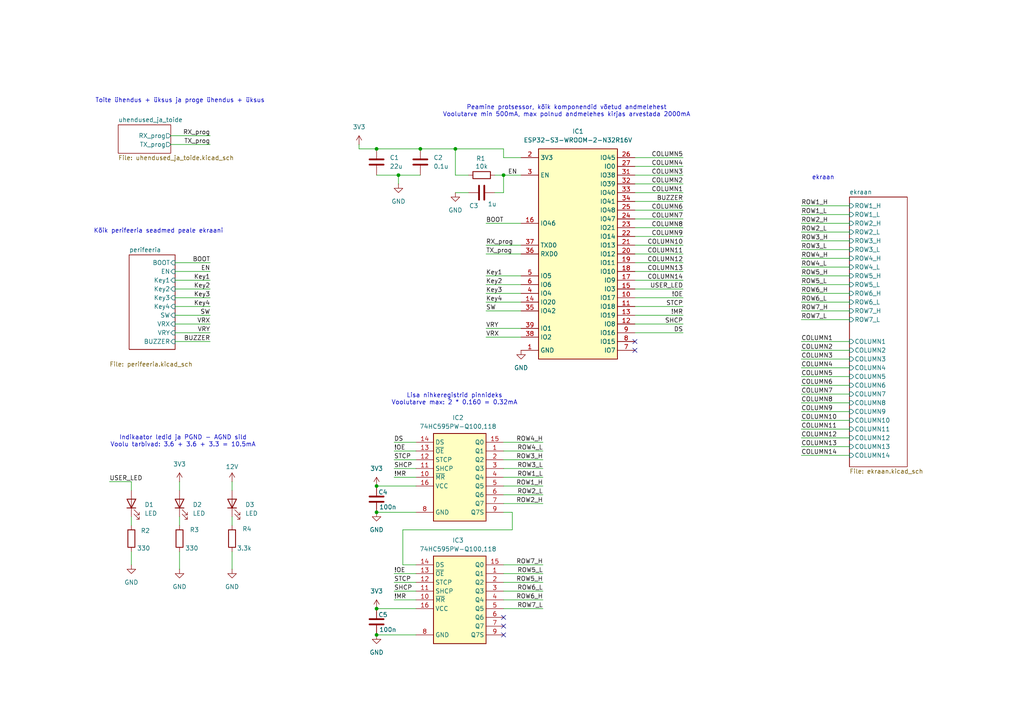
<source format=kicad_sch>
(kicad_sch
	(version 20250114)
	(generator "eeschema")
	(generator_version "9.0")
	(uuid "489224c0-ace1-4530-aa61-a5d03adf1434")
	(paper "A4")
	(lib_symbols
		(symbol "74HC595PW-Q100,118_1"
			(exclude_from_sim no)
			(in_bom yes)
			(on_board yes)
			(property "Reference" "IC1"
				(at 12.192 7.112 0)
				(effects
					(font
						(size 1.27 1.27)
					)
				)
			)
			(property "Value" "74HC595PW-Q100,118"
				(at 12.192 4.572 0)
				(effects
					(font
						(size 1.27 1.27)
					)
				)
			)
			(property "Footprint" "SOP65P640X110-16N"
				(at 24.13 -94.92 0)
				(effects
					(font
						(size 1.27 1.27)
					)
					(justify left top)
					(hide yes)
				)
			)
			(property "Datasheet" "https://assets.nexperia.com/documents/data-sheet/74HC_HCT595_Q100.pdf"
				(at 24.13 -194.92 0)
				(effects
					(font
						(size 1.27 1.27)
					)
					(justify left top)
					(hide yes)
				)
			)
			(property "Description" "74HC(T)595-Q100 - 8-bit serial-in, serial or parallel-out shift register with output latches; 3-state@en-us"
				(at 14.732 11.176 0)
				(effects
					(font
						(size 1.27 1.27)
					)
					(hide yes)
				)
			)
			(property "Height" "1.1"
				(at 24.13 -394.92 0)
				(effects
					(font
						(size 1.27 1.27)
					)
					(justify left top)
					(hide yes)
				)
			)
			(property "Mouser Part Number" "771-74HC595PW-Q100"
				(at 24.13 -494.92 0)
				(effects
					(font
						(size 1.27 1.27)
					)
					(justify left top)
					(hide yes)
				)
			)
			(property "Mouser Price/Stock" "https://www.mouser.co.uk/ProductDetail/Nexperia/74HC595PW-Q100118?qs=1sbE9T7hb3aHrTORCcEuDg%3D%3D"
				(at 24.13 -594.92 0)
				(effects
					(font
						(size 1.27 1.27)
					)
					(justify left top)
					(hide yes)
				)
			)
			(property "Manufacturer_Name" "Nexperia"
				(at 24.13 -694.92 0)
				(effects
					(font
						(size 1.27 1.27)
					)
					(justify left top)
					(hide yes)
				)
			)
			(property "Manufacturer_Part_Number" "74HC595PW-Q100,118"
				(at 24.13 -794.92 0)
				(effects
					(font
						(size 1.27 1.27)
					)
					(justify left top)
					(hide yes)
				)
			)
			(symbol "74HC595PW-Q100,118_1_1_1"
				(rectangle
					(start 5.08 2.54)
					(end 20.32 -22.86)
					(stroke
						(width 0.254)
						(type default)
					)
					(fill
						(type background)
					)
				)
				(pin passive line
					(at 0 0 0)
					(length 5.08)
					(name "DS"
						(effects
							(font
								(size 1.27 1.27)
							)
						)
					)
					(number "14"
						(effects
							(font
								(size 1.27 1.27)
							)
						)
					)
				)
				(pin passive line
					(at 0 -2.54 0)
					(length 5.08)
					(name "~{OE}"
						(effects
							(font
								(size 1.27 1.27)
							)
						)
					)
					(number "13"
						(effects
							(font
								(size 1.27 1.27)
							)
						)
					)
				)
				(pin passive line
					(at 0 -5.08 0)
					(length 5.08)
					(name "STCP"
						(effects
							(font
								(size 1.27 1.27)
							)
						)
					)
					(number "12"
						(effects
							(font
								(size 1.27 1.27)
							)
						)
					)
				)
				(pin passive line
					(at 0 -7.62 0)
					(length 5.08)
					(name "SHCP"
						(effects
							(font
								(size 1.27 1.27)
							)
						)
					)
					(number "11"
						(effects
							(font
								(size 1.27 1.27)
							)
						)
					)
				)
				(pin passive line
					(at 0 -10.16 0)
					(length 5.08)
					(name "~{MR}"
						(effects
							(font
								(size 1.27 1.27)
							)
						)
					)
					(number "10"
						(effects
							(font
								(size 1.27 1.27)
							)
						)
					)
				)
				(pin passive line
					(at 0 -12.7 0)
					(length 5.08)
					(name "VCC"
						(effects
							(font
								(size 1.27 1.27)
							)
						)
					)
					(number "16"
						(effects
							(font
								(size 1.27 1.27)
							)
						)
					)
				)
				(pin passive line
					(at 0 -20.32 0)
					(length 5.08)
					(name "GND"
						(effects
							(font
								(size 1.27 1.27)
							)
						)
					)
					(number "8"
						(effects
							(font
								(size 1.27 1.27)
							)
						)
					)
				)
				(pin passive line
					(at 25.4 0 180)
					(length 5.08)
					(name "Q0"
						(effects
							(font
								(size 1.27 1.27)
							)
						)
					)
					(number "15"
						(effects
							(font
								(size 1.27 1.27)
							)
						)
					)
				)
				(pin passive line
					(at 25.4 -2.54 180)
					(length 5.08)
					(name "Q1"
						(effects
							(font
								(size 1.27 1.27)
							)
						)
					)
					(number "1"
						(effects
							(font
								(size 1.27 1.27)
							)
						)
					)
				)
				(pin passive line
					(at 25.4 -5.08 180)
					(length 5.08)
					(name "Q2"
						(effects
							(font
								(size 1.27 1.27)
							)
						)
					)
					(number "2"
						(effects
							(font
								(size 1.27 1.27)
							)
						)
					)
				)
				(pin passive line
					(at 25.4 -7.62 180)
					(length 5.08)
					(name "Q3"
						(effects
							(font
								(size 1.27 1.27)
							)
						)
					)
					(number "3"
						(effects
							(font
								(size 1.27 1.27)
							)
						)
					)
				)
				(pin passive line
					(at 25.4 -10.16 180)
					(length 5.08)
					(name "Q4"
						(effects
							(font
								(size 1.27 1.27)
							)
						)
					)
					(number "4"
						(effects
							(font
								(size 1.27 1.27)
							)
						)
					)
				)
				(pin passive line
					(at 25.4 -12.7 180)
					(length 5.08)
					(name "Q5"
						(effects
							(font
								(size 1.27 1.27)
							)
						)
					)
					(number "5"
						(effects
							(font
								(size 1.27 1.27)
							)
						)
					)
				)
				(pin passive line
					(at 25.4 -15.24 180)
					(length 5.08)
					(name "Q6"
						(effects
							(font
								(size 1.27 1.27)
							)
						)
					)
					(number "6"
						(effects
							(font
								(size 1.27 1.27)
							)
						)
					)
				)
				(pin passive line
					(at 25.4 -17.78 180)
					(length 5.08)
					(name "Q7"
						(effects
							(font
								(size 1.27 1.27)
							)
						)
					)
					(number "7"
						(effects
							(font
								(size 1.27 1.27)
							)
						)
					)
				)
				(pin passive line
					(at 25.4 -20.32 180)
					(length 5.08)
					(name "Q7S"
						(effects
							(font
								(size 1.27 1.27)
							)
						)
					)
					(number "9"
						(effects
							(font
								(size 1.27 1.27)
							)
						)
					)
				)
			)
			(embedded_fonts no)
		)
		(symbol "Device:C"
			(pin_numbers
				(hide yes)
			)
			(pin_names
				(offset 0.254)
			)
			(exclude_from_sim no)
			(in_bom yes)
			(on_board yes)
			(property "Reference" "C"
				(at 0.635 2.54 0)
				(effects
					(font
						(size 1.27 1.27)
					)
					(justify left)
				)
			)
			(property "Value" "C"
				(at 0.635 -2.54 0)
				(effects
					(font
						(size 1.27 1.27)
					)
					(justify left)
				)
			)
			(property "Footprint" ""
				(at 0.9652 -3.81 0)
				(effects
					(font
						(size 1.27 1.27)
					)
					(hide yes)
				)
			)
			(property "Datasheet" "~"
				(at 0 0 0)
				(effects
					(font
						(size 1.27 1.27)
					)
					(hide yes)
				)
			)
			(property "Description" "Unpolarized capacitor"
				(at 0 0 0)
				(effects
					(font
						(size 1.27 1.27)
					)
					(hide yes)
				)
			)
			(property "ki_keywords" "cap capacitor"
				(at 0 0 0)
				(effects
					(font
						(size 1.27 1.27)
					)
					(hide yes)
				)
			)
			(property "ki_fp_filters" "C_*"
				(at 0 0 0)
				(effects
					(font
						(size 1.27 1.27)
					)
					(hide yes)
				)
			)
			(symbol "C_0_1"
				(polyline
					(pts
						(xy -2.032 0.762) (xy 2.032 0.762)
					)
					(stroke
						(width 0.508)
						(type default)
					)
					(fill
						(type none)
					)
				)
				(polyline
					(pts
						(xy -2.032 -0.762) (xy 2.032 -0.762)
					)
					(stroke
						(width 0.508)
						(type default)
					)
					(fill
						(type none)
					)
				)
			)
			(symbol "C_1_1"
				(pin passive line
					(at 0 3.81 270)
					(length 2.794)
					(name "~"
						(effects
							(font
								(size 1.27 1.27)
							)
						)
					)
					(number "1"
						(effects
							(font
								(size 1.27 1.27)
							)
						)
					)
				)
				(pin passive line
					(at 0 -3.81 90)
					(length 2.794)
					(name "~"
						(effects
							(font
								(size 1.27 1.27)
							)
						)
					)
					(number "2"
						(effects
							(font
								(size 1.27 1.27)
							)
						)
					)
				)
			)
			(embedded_fonts no)
		)
		(symbol "Device:LED"
			(pin_numbers
				(hide yes)
			)
			(pin_names
				(offset 1.016)
				(hide yes)
			)
			(exclude_from_sim no)
			(in_bom yes)
			(on_board yes)
			(property "Reference" "D"
				(at 0 2.54 0)
				(effects
					(font
						(size 1.27 1.27)
					)
				)
			)
			(property "Value" "LED"
				(at 0 -2.54 0)
				(effects
					(font
						(size 1.27 1.27)
					)
				)
			)
			(property "Footprint" ""
				(at 0 0 0)
				(effects
					(font
						(size 1.27 1.27)
					)
					(hide yes)
				)
			)
			(property "Datasheet" "~"
				(at 0 0 0)
				(effects
					(font
						(size 1.27 1.27)
					)
					(hide yes)
				)
			)
			(property "Description" "Light emitting diode"
				(at 0 0 0)
				(effects
					(font
						(size 1.27 1.27)
					)
					(hide yes)
				)
			)
			(property "Sim.Pins" "1=K 2=A"
				(at 0 0 0)
				(effects
					(font
						(size 1.27 1.27)
					)
					(hide yes)
				)
			)
			(property "ki_keywords" "LED diode"
				(at 0 0 0)
				(effects
					(font
						(size 1.27 1.27)
					)
					(hide yes)
				)
			)
			(property "ki_fp_filters" "LED* LED_SMD:* LED_THT:*"
				(at 0 0 0)
				(effects
					(font
						(size 1.27 1.27)
					)
					(hide yes)
				)
			)
			(symbol "LED_0_1"
				(polyline
					(pts
						(xy -3.048 -0.762) (xy -4.572 -2.286) (xy -3.81 -2.286) (xy -4.572 -2.286) (xy -4.572 -1.524)
					)
					(stroke
						(width 0)
						(type default)
					)
					(fill
						(type none)
					)
				)
				(polyline
					(pts
						(xy -1.778 -0.762) (xy -3.302 -2.286) (xy -2.54 -2.286) (xy -3.302 -2.286) (xy -3.302 -1.524)
					)
					(stroke
						(width 0)
						(type default)
					)
					(fill
						(type none)
					)
				)
				(polyline
					(pts
						(xy -1.27 0) (xy 1.27 0)
					)
					(stroke
						(width 0)
						(type default)
					)
					(fill
						(type none)
					)
				)
				(polyline
					(pts
						(xy -1.27 -1.27) (xy -1.27 1.27)
					)
					(stroke
						(width 0.254)
						(type default)
					)
					(fill
						(type none)
					)
				)
				(polyline
					(pts
						(xy 1.27 -1.27) (xy 1.27 1.27) (xy -1.27 0) (xy 1.27 -1.27)
					)
					(stroke
						(width 0.254)
						(type default)
					)
					(fill
						(type none)
					)
				)
			)
			(symbol "LED_1_1"
				(pin passive line
					(at -3.81 0 0)
					(length 2.54)
					(name "K"
						(effects
							(font
								(size 1.27 1.27)
							)
						)
					)
					(number "1"
						(effects
							(font
								(size 1.27 1.27)
							)
						)
					)
				)
				(pin passive line
					(at 3.81 0 180)
					(length 2.54)
					(name "A"
						(effects
							(font
								(size 1.27 1.27)
							)
						)
					)
					(number "2"
						(effects
							(font
								(size 1.27 1.27)
							)
						)
					)
				)
			)
			(embedded_fonts no)
		)
		(symbol "Device:R"
			(pin_numbers
				(hide yes)
			)
			(pin_names
				(offset 0)
			)
			(exclude_from_sim no)
			(in_bom yes)
			(on_board yes)
			(property "Reference" "R"
				(at 2.032 0 90)
				(effects
					(font
						(size 1.27 1.27)
					)
				)
			)
			(property "Value" "R"
				(at 0 0 90)
				(effects
					(font
						(size 1.27 1.27)
					)
				)
			)
			(property "Footprint" ""
				(at -1.778 0 90)
				(effects
					(font
						(size 1.27 1.27)
					)
					(hide yes)
				)
			)
			(property "Datasheet" "~"
				(at 0 0 0)
				(effects
					(font
						(size 1.27 1.27)
					)
					(hide yes)
				)
			)
			(property "Description" "Resistor"
				(at 0 0 0)
				(effects
					(font
						(size 1.27 1.27)
					)
					(hide yes)
				)
			)
			(property "ki_keywords" "R res resistor"
				(at 0 0 0)
				(effects
					(font
						(size 1.27 1.27)
					)
					(hide yes)
				)
			)
			(property "ki_fp_filters" "R_*"
				(at 0 0 0)
				(effects
					(font
						(size 1.27 1.27)
					)
					(hide yes)
				)
			)
			(symbol "R_0_1"
				(rectangle
					(start -1.016 -2.54)
					(end 1.016 2.54)
					(stroke
						(width 0.254)
						(type default)
					)
					(fill
						(type none)
					)
				)
			)
			(symbol "R_1_1"
				(pin passive line
					(at 0 3.81 270)
					(length 1.27)
					(name "~"
						(effects
							(font
								(size 1.27 1.27)
							)
						)
					)
					(number "1"
						(effects
							(font
								(size 1.27 1.27)
							)
						)
					)
				)
				(pin passive line
					(at 0 -3.81 90)
					(length 1.27)
					(name "~"
						(effects
							(font
								(size 1.27 1.27)
							)
						)
					)
					(number "2"
						(effects
							(font
								(size 1.27 1.27)
							)
						)
					)
				)
			)
			(embedded_fonts no)
		)
		(symbol "ESP32-S3-WROOM-2-N32R16V:ESP32-S3-WROOM-2-N32R16V"
			(exclude_from_sim no)
			(in_bom yes)
			(on_board yes)
			(property "Reference" "IC1"
				(at 16.51 7.62 0)
				(effects
					(font
						(size 1.27 1.27)
					)
				)
			)
			(property "Value" "ESP32-S3-WROOM-2-N32R16V"
				(at 16.51 5.08 0)
				(effects
					(font
						(size 1.27 1.27)
					)
				)
			)
			(property "Footprint" "ESP32S3WROOM2N32R16V:ESP32S3WROOM2N32R16V"
				(at 29.21 -94.92 0)
				(effects
					(font
						(size 1.27 1.27)
					)
					(justify left top)
					(hide yes)
				)
			)
			(property "Datasheet" "https://www.digikey.in/en/products/detail/espressif-systems/ESP32-S3-WROOM-2-N32R16V/25811280"
				(at 29.21 -194.92 0)
				(effects
					(font
						(size 1.27 1.27)
					)
					(justify left top)
					(hide yes)
				)
			)
			(property "Description" "Bluetooth, WiFi 802.11b/g/n, Bluetooth v5.0 Transceiver Module 2.4GHz PCB Trace Surface Mount"
				(at 16.256 11.684 0)
				(effects
					(font
						(size 1.27 1.27)
					)
					(hide yes)
				)
			)
			(property "Height" "3.25"
				(at 29.21 -394.92 0)
				(effects
					(font
						(size 1.27 1.27)
					)
					(justify left top)
					(hide yes)
				)
			)
			(property "Mouser Part Number" "356-SP32S3WM2N32R16V"
				(at 29.21 -494.92 0)
				(effects
					(font
						(size 1.27 1.27)
					)
					(justify left top)
					(hide yes)
				)
			)
			(property "Mouser Price/Stock" "https://www.mouser.co.uk/ProductDetail/Espressif-Systems/ESP32-S3-WROOM-2-N32R16V?qs=%252BHhoWzUJg4Kf%2FwmS40wg%252BQ%3D%3D"
				(at 29.21 -594.92 0)
				(effects
					(font
						(size 1.27 1.27)
					)
					(justify left top)
					(hide yes)
				)
			)
			(property "Manufacturer_Name" "Espressif Systems"
				(at 29.21 -694.92 0)
				(effects
					(font
						(size 1.27 1.27)
					)
					(justify left top)
					(hide yes)
				)
			)
			(property "Manufacturer_Part_Number" "ESP32-S3-WROOM-2-N32R16V"
				(at 29.21 -794.92 0)
				(effects
					(font
						(size 1.27 1.27)
					)
					(justify left top)
					(hide yes)
				)
			)
			(symbol "ESP32-S3-WROOM-2-N32R16V_1_1"
				(rectangle
					(start 5.08 2.54)
					(end 27.94 -58.42)
					(stroke
						(width 0.254)
						(type default)
					)
					(fill
						(type background)
					)
				)
				(pin power_in line
					(at 0 0 0)
					(length 5.08)
					(name "3V3"
						(effects
							(font
								(size 1.27 1.27)
							)
						)
					)
					(number "2"
						(effects
							(font
								(size 1.27 1.27)
							)
						)
					)
				)
				(pin input line
					(at 0 -5.08 0)
					(length 5.08)
					(name "EN"
						(effects
							(font
								(size 1.27 1.27)
							)
						)
					)
					(number "3"
						(effects
							(font
								(size 1.27 1.27)
							)
						)
					)
				)
				(pin no_connect line
					(at 0 -8.89 0)
					(length 5.08)
					(hide yes)
					(name "NC_1"
						(effects
							(font
								(size 1.27 1.27)
							)
						)
					)
					(number "28"
						(effects
							(font
								(size 1.27 1.27)
							)
						)
					)
				)
				(pin no_connect line
					(at 0 -8.89 0)
					(length 5.08)
					(hide yes)
					(name "NC_2"
						(effects
							(font
								(size 1.27 1.27)
							)
						)
					)
					(number "29"
						(effects
							(font
								(size 1.27 1.27)
							)
						)
					)
				)
				(pin no_connect line
					(at 0 -8.89 0)
					(length 5.08)
					(hide yes)
					(name "NC_3"
						(effects
							(font
								(size 1.27 1.27)
							)
						)
					)
					(number "30"
						(effects
							(font
								(size 1.27 1.27)
							)
						)
					)
				)
				(pin passive line
					(at 0 -19.05 0)
					(length 5.08)
					(name "IO46"
						(effects
							(font
								(size 1.27 1.27)
							)
						)
					)
					(number "16"
						(effects
							(font
								(size 1.27 1.27)
							)
						)
					)
				)
				(pin passive line
					(at 0 -25.4 0)
					(length 5.08)
					(name "TXD0"
						(effects
							(font
								(size 1.27 1.27)
							)
						)
					)
					(number "37"
						(effects
							(font
								(size 1.27 1.27)
							)
						)
					)
				)
				(pin passive line
					(at 0 -27.94 0)
					(length 5.08)
					(name "RXD0"
						(effects
							(font
								(size 1.27 1.27)
							)
						)
					)
					(number "36"
						(effects
							(font
								(size 1.27 1.27)
							)
						)
					)
				)
				(pin passive line
					(at 0 -34.29 0)
					(length 5.08)
					(name "IO5"
						(effects
							(font
								(size 1.27 1.27)
							)
						)
					)
					(number "5"
						(effects
							(font
								(size 1.27 1.27)
							)
						)
					)
				)
				(pin passive line
					(at 0 -36.83 0)
					(length 5.08)
					(name "IO6"
						(effects
							(font
								(size 1.27 1.27)
							)
						)
					)
					(number "6"
						(effects
							(font
								(size 1.27 1.27)
							)
						)
					)
				)
				(pin passive line
					(at 0 -39.37 0)
					(length 5.08)
					(name "IO4"
						(effects
							(font
								(size 1.27 1.27)
							)
						)
					)
					(number "4"
						(effects
							(font
								(size 1.27 1.27)
							)
						)
					)
				)
				(pin passive line
					(at 0 -41.91 0)
					(length 5.08)
					(name "IO20"
						(effects
							(font
								(size 1.27 1.27)
							)
						)
					)
					(number "14"
						(effects
							(font
								(size 1.27 1.27)
							)
						)
					)
				)
				(pin passive line
					(at 0 -44.45 0)
					(length 5.08)
					(name "IO42"
						(effects
							(font
								(size 1.27 1.27)
							)
						)
					)
					(number "35"
						(effects
							(font
								(size 1.27 1.27)
							)
						)
					)
				)
				(pin passive line
					(at 0 -49.53 0)
					(length 5.08)
					(name "IO1"
						(effects
							(font
								(size 1.27 1.27)
							)
						)
					)
					(number "39"
						(effects
							(font
								(size 1.27 1.27)
							)
						)
					)
				)
				(pin passive line
					(at 0 -52.07 0)
					(length 5.08)
					(name "IO2"
						(effects
							(font
								(size 1.27 1.27)
							)
						)
					)
					(number "38"
						(effects
							(font
								(size 1.27 1.27)
							)
						)
					)
				)
				(pin passive line
					(at 0 -55.88 0)
					(length 5.08)
					(name "GND"
						(effects
							(font
								(size 1.27 1.27)
							)
						)
					)
					(number "1"
						(effects
							(font
								(size 1.27 1.27)
							)
						)
					)
				)
				(pin passive line
					(at 0 -55.88 0)
					(length 5.08)
					(hide yes)
					(name "GND"
						(effects
							(font
								(size 1.27 1.27)
							)
						)
					)
					(number "40"
						(effects
							(font
								(size 1.27 1.27)
							)
						)
					)
				)
				(pin passive line
					(at 0 -55.88 0)
					(length 5.08)
					(hide yes)
					(name "GND"
						(effects
							(font
								(size 1.27 1.27)
							)
						)
					)
					(number "41"
						(effects
							(font
								(size 1.27 1.27)
							)
						)
					)
				)
				(pin passive line
					(at 0 -55.88 0)
					(length 5.08)
					(hide yes)
					(name "GND"
						(effects
							(font
								(size 1.27 1.27)
							)
						)
					)
					(number "42"
						(effects
							(font
								(size 1.27 1.27)
							)
						)
					)
				)
				(pin passive line
					(at 0 -55.88 0)
					(length 5.08)
					(hide yes)
					(name "GND"
						(effects
							(font
								(size 1.27 1.27)
							)
						)
					)
					(number "43"
						(effects
							(font
								(size 1.27 1.27)
							)
						)
					)
				)
				(pin passive line
					(at 0 -55.88 0)
					(length 5.08)
					(hide yes)
					(name "GND"
						(effects
							(font
								(size 1.27 1.27)
							)
						)
					)
					(number "44"
						(effects
							(font
								(size 1.27 1.27)
							)
						)
					)
				)
				(pin passive line
					(at 0 -55.88 0)
					(length 5.08)
					(hide yes)
					(name "GND"
						(effects
							(font
								(size 1.27 1.27)
							)
						)
					)
					(number "45"
						(effects
							(font
								(size 1.27 1.27)
							)
						)
					)
				)
				(pin passive line
					(at 0 -55.88 0)
					(length 5.08)
					(hide yes)
					(name "GND"
						(effects
							(font
								(size 1.27 1.27)
							)
						)
					)
					(number "46"
						(effects
							(font
								(size 1.27 1.27)
							)
						)
					)
				)
				(pin passive line
					(at 0 -55.88 0)
					(length 5.08)
					(hide yes)
					(name "GND"
						(effects
							(font
								(size 1.27 1.27)
							)
						)
					)
					(number "47"
						(effects
							(font
								(size 1.27 1.27)
							)
						)
					)
				)
				(pin passive line
					(at 0 -55.88 0)
					(length 5.08)
					(hide yes)
					(name "GND"
						(effects
							(font
								(size 1.27 1.27)
							)
						)
					)
					(number "48"
						(effects
							(font
								(size 1.27 1.27)
							)
						)
					)
				)
				(pin passive line
					(at 0 -55.88 0)
					(length 5.08)
					(hide yes)
					(name "GND"
						(effects
							(font
								(size 1.27 1.27)
							)
						)
					)
					(number "49"
						(effects
							(font
								(size 1.27 1.27)
							)
						)
					)
				)
				(pin passive line
					(at 33.02 0 180)
					(length 5.08)
					(name "IO45"
						(effects
							(font
								(size 1.27 1.27)
							)
						)
					)
					(number "26"
						(effects
							(font
								(size 1.27 1.27)
							)
						)
					)
				)
				(pin passive line
					(at 33.02 -2.54 180)
					(length 5.08)
					(name "IO0"
						(effects
							(font
								(size 1.27 1.27)
							)
						)
					)
					(number "27"
						(effects
							(font
								(size 1.27 1.27)
							)
						)
					)
				)
				(pin passive line
					(at 33.02 -5.08 180)
					(length 5.08)
					(name "IO38"
						(effects
							(font
								(size 1.27 1.27)
							)
						)
					)
					(number "31"
						(effects
							(font
								(size 1.27 1.27)
							)
						)
					)
				)
				(pin passive line
					(at 33.02 -7.62 180)
					(length 5.08)
					(name "IO39"
						(effects
							(font
								(size 1.27 1.27)
							)
						)
					)
					(number "32"
						(effects
							(font
								(size 1.27 1.27)
							)
						)
					)
				)
				(pin passive line
					(at 33.02 -10.16 180)
					(length 5.08)
					(name "IO40"
						(effects
							(font
								(size 1.27 1.27)
							)
						)
					)
					(number "33"
						(effects
							(font
								(size 1.27 1.27)
							)
						)
					)
				)
				(pin passive line
					(at 33.02 -12.7 180)
					(length 5.08)
					(name "IO41"
						(effects
							(font
								(size 1.27 1.27)
							)
						)
					)
					(number "34"
						(effects
							(font
								(size 1.27 1.27)
							)
						)
					)
				)
				(pin passive line
					(at 33.02 -15.24 180)
					(length 5.08)
					(name "IO48"
						(effects
							(font
								(size 1.27 1.27)
							)
						)
					)
					(number "25"
						(effects
							(font
								(size 1.27 1.27)
							)
						)
					)
				)
				(pin passive line
					(at 33.02 -17.78 180)
					(length 5.08)
					(name "IO47"
						(effects
							(font
								(size 1.27 1.27)
							)
						)
					)
					(number "24"
						(effects
							(font
								(size 1.27 1.27)
							)
						)
					)
				)
				(pin passive line
					(at 33.02 -20.32 180)
					(length 5.08)
					(name "IO21"
						(effects
							(font
								(size 1.27 1.27)
							)
						)
					)
					(number "23"
						(effects
							(font
								(size 1.27 1.27)
							)
						)
					)
				)
				(pin passive line
					(at 33.02 -22.86 180)
					(length 5.08)
					(name "IO14"
						(effects
							(font
								(size 1.27 1.27)
							)
						)
					)
					(number "22"
						(effects
							(font
								(size 1.27 1.27)
							)
						)
					)
				)
				(pin passive line
					(at 33.02 -25.4 180)
					(length 5.08)
					(name "IO13"
						(effects
							(font
								(size 1.27 1.27)
							)
						)
					)
					(number "21"
						(effects
							(font
								(size 1.27 1.27)
							)
						)
					)
				)
				(pin passive line
					(at 33.02 -27.94 180)
					(length 5.08)
					(name "IO12"
						(effects
							(font
								(size 1.27 1.27)
							)
						)
					)
					(number "20"
						(effects
							(font
								(size 1.27 1.27)
							)
						)
					)
				)
				(pin passive line
					(at 33.02 -30.48 180)
					(length 5.08)
					(name "IO11"
						(effects
							(font
								(size 1.27 1.27)
							)
						)
					)
					(number "19"
						(effects
							(font
								(size 1.27 1.27)
							)
						)
					)
				)
				(pin passive line
					(at 33.02 -33.02 180)
					(length 5.08)
					(name "IO10"
						(effects
							(font
								(size 1.27 1.27)
							)
						)
					)
					(number "18"
						(effects
							(font
								(size 1.27 1.27)
							)
						)
					)
				)
				(pin passive line
					(at 33.02 -35.56 180)
					(length 5.08)
					(name "IO9"
						(effects
							(font
								(size 1.27 1.27)
							)
						)
					)
					(number "17"
						(effects
							(font
								(size 1.27 1.27)
							)
						)
					)
				)
				(pin passive line
					(at 33.02 -38.1 180)
					(length 5.08)
					(name "IO3"
						(effects
							(font
								(size 1.27 1.27)
							)
						)
					)
					(number "15"
						(effects
							(font
								(size 1.27 1.27)
							)
						)
					)
				)
				(pin passive line
					(at 33.02 -40.64 180)
					(length 5.08)
					(name "IO17"
						(effects
							(font
								(size 1.27 1.27)
							)
						)
					)
					(number "10"
						(effects
							(font
								(size 1.27 1.27)
							)
						)
					)
				)
				(pin passive line
					(at 33.02 -43.18 180)
					(length 5.08)
					(name "IO18"
						(effects
							(font
								(size 1.27 1.27)
							)
						)
					)
					(number "11"
						(effects
							(font
								(size 1.27 1.27)
							)
						)
					)
				)
				(pin passive line
					(at 33.02 -45.72 180)
					(length 5.08)
					(name "IO19"
						(effects
							(font
								(size 1.27 1.27)
							)
						)
					)
					(number "13"
						(effects
							(font
								(size 1.27 1.27)
							)
						)
					)
				)
				(pin passive line
					(at 33.02 -48.26 180)
					(length 5.08)
					(name "IO8"
						(effects
							(font
								(size 1.27 1.27)
							)
						)
					)
					(number "12"
						(effects
							(font
								(size 1.27 1.27)
							)
						)
					)
				)
				(pin passive line
					(at 33.02 -50.8 180)
					(length 5.08)
					(name "IO16"
						(effects
							(font
								(size 1.27 1.27)
							)
						)
					)
					(number "9"
						(effects
							(font
								(size 1.27 1.27)
							)
						)
					)
				)
				(pin passive line
					(at 33.02 -53.34 180)
					(length 5.08)
					(name "IO15"
						(effects
							(font
								(size 1.27 1.27)
							)
						)
					)
					(number "8"
						(effects
							(font
								(size 1.27 1.27)
							)
						)
					)
				)
				(pin passive line
					(at 33.02 -55.88 180)
					(length 5.08)
					(name "IO7"
						(effects
							(font
								(size 1.27 1.27)
							)
						)
					)
					(number "7"
						(effects
							(font
								(size 1.27 1.27)
							)
						)
					)
				)
			)
			(embedded_fonts no)
		)
		(symbol "power:GND"
			(power)
			(pin_numbers
				(hide yes)
			)
			(pin_names
				(offset 0)
				(hide yes)
			)
			(exclude_from_sim no)
			(in_bom yes)
			(on_board yes)
			(property "Reference" "#PWR"
				(at 0 -6.35 0)
				(effects
					(font
						(size 1.27 1.27)
					)
					(hide yes)
				)
			)
			(property "Value" "GND"
				(at 0 -3.81 0)
				(effects
					(font
						(size 1.27 1.27)
					)
				)
			)
			(property "Footprint" ""
				(at 0 0 0)
				(effects
					(font
						(size 1.27 1.27)
					)
					(hide yes)
				)
			)
			(property "Datasheet" ""
				(at 0 0 0)
				(effects
					(font
						(size 1.27 1.27)
					)
					(hide yes)
				)
			)
			(property "Description" "Power symbol creates a global label with name \"GND\" , ground"
				(at 0 0 0)
				(effects
					(font
						(size 1.27 1.27)
					)
					(hide yes)
				)
			)
			(property "ki_keywords" "global power"
				(at 0 0 0)
				(effects
					(font
						(size 1.27 1.27)
					)
					(hide yes)
				)
			)
			(symbol "GND_0_1"
				(polyline
					(pts
						(xy 0 0) (xy 0 -1.27) (xy 1.27 -1.27) (xy 0 -2.54) (xy -1.27 -1.27) (xy 0 -1.27)
					)
					(stroke
						(width 0)
						(type default)
					)
					(fill
						(type none)
					)
				)
			)
			(symbol "GND_1_1"
				(pin power_in line
					(at 0 0 270)
					(length 0)
					(name "~"
						(effects
							(font
								(size 1.27 1.27)
							)
						)
					)
					(number "1"
						(effects
							(font
								(size 1.27 1.27)
							)
						)
					)
				)
			)
			(embedded_fonts no)
		)
		(symbol "power:VCC"
			(power)
			(pin_numbers
				(hide yes)
			)
			(pin_names
				(offset 0)
				(hide yes)
			)
			(exclude_from_sim no)
			(in_bom yes)
			(on_board yes)
			(property "Reference" "#PWR"
				(at 0 -3.81 0)
				(effects
					(font
						(size 1.27 1.27)
					)
					(hide yes)
				)
			)
			(property "Value" "VCC"
				(at 0 3.556 0)
				(effects
					(font
						(size 1.27 1.27)
					)
				)
			)
			(property "Footprint" ""
				(at 0 0 0)
				(effects
					(font
						(size 1.27 1.27)
					)
					(hide yes)
				)
			)
			(property "Datasheet" ""
				(at 0 0 0)
				(effects
					(font
						(size 1.27 1.27)
					)
					(hide yes)
				)
			)
			(property "Description" "Power symbol creates a global label with name \"VCC\""
				(at 0 0 0)
				(effects
					(font
						(size 1.27 1.27)
					)
					(hide yes)
				)
			)
			(property "ki_keywords" "global power"
				(at 0 0 0)
				(effects
					(font
						(size 1.27 1.27)
					)
					(hide yes)
				)
			)
			(symbol "VCC_0_1"
				(polyline
					(pts
						(xy -0.762 1.27) (xy 0 2.54)
					)
					(stroke
						(width 0)
						(type default)
					)
					(fill
						(type none)
					)
				)
				(polyline
					(pts
						(xy 0 2.54) (xy 0.762 1.27)
					)
					(stroke
						(width 0)
						(type default)
					)
					(fill
						(type none)
					)
				)
				(polyline
					(pts
						(xy 0 0) (xy 0 2.54)
					)
					(stroke
						(width 0)
						(type default)
					)
					(fill
						(type none)
					)
				)
			)
			(symbol "VCC_1_1"
				(pin power_in line
					(at 0 0 90)
					(length 0)
					(name "~"
						(effects
							(font
								(size 1.27 1.27)
							)
						)
					)
					(number "1"
						(effects
							(font
								(size 1.27 1.27)
							)
						)
					)
				)
			)
			(embedded_fonts no)
		)
	)
	(text "Toite ühendus + üksus ja proge ühendus + üksus"
		(exclude_from_sim no)
		(at 52.197 29.21 0)
		(effects
			(font
				(size 1.27 1.27)
			)
		)
		(uuid "079e512b-822e-416f-8592-69c74c1684da")
	)
	(text "Kõik perifeeria seadmed peale ekraani"
		(exclude_from_sim no)
		(at 45.974 67.056 0)
		(effects
			(font
				(size 1.27 1.27)
			)
		)
		(uuid "487f45f8-f7d9-48f0-b297-6f3e336a3d50")
	)
	(text "Indikaator ledid ja PGND - AGND sild\nVoolu tarbivad: 3.6 + 3.6 + 3.3 = 10.5mA"
		(exclude_from_sim no)
		(at 53.086 128.016 0)
		(effects
			(font
				(size 1.27 1.27)
			)
		)
		(uuid "5cde7280-db69-4820-8105-e81abd19bfd6")
	)
	(text "Peamine protsessor, kõik komponendid võetud andmelehest\nVoolutarve min 500mA, max polnud andmelehes kirjas arvestada 2000mA"
		(exclude_from_sim no)
		(at 164.338 32.258 0)
		(effects
			(font
				(size 1.27 1.27)
			)
		)
		(uuid "6f2fb1d0-907b-4873-b208-86cef720c9fb")
	)
	(text "ekraan"
		(exclude_from_sim no)
		(at 238.76 51.562 0)
		(effects
			(font
				(size 1.27 1.27)
			)
		)
		(uuid "b7fe89e8-27d4-49c4-bcc3-b1357fd66118")
	)
	(text "Lisa nihkeregistrid pinnideks\nVoolutarve max: 2 * 0.160 = 0.32mA"
		(exclude_from_sim no)
		(at 131.826 115.824 0)
		(effects
			(font
				(size 1.27 1.27)
			)
		)
		(uuid "d060ad79-f5d0-4724-b2e5-01b1c1e2f477")
	)
	(junction
		(at 109.22 184.15)
		(diameter 0)
		(color 0 0 0 0)
		(uuid "05413404-6b15-4683-a3de-c7ace9429c58")
	)
	(junction
		(at 132.08 43.18)
		(diameter 0)
		(color 0 0 0 0)
		(uuid "0b4a2805-cab5-4a98-9041-949bcdf5f9de")
	)
	(junction
		(at 121.92 43.18)
		(diameter 0)
		(color 0 0 0 0)
		(uuid "0d1ad99c-2f84-45df-8e8a-790e17c6a0a1")
	)
	(junction
		(at 109.22 140.97)
		(diameter 0)
		(color 0 0 0 0)
		(uuid "122f788c-202b-4164-b259-834c7c784e70")
	)
	(junction
		(at 115.57 50.8)
		(diameter 0)
		(color 0 0 0 0)
		(uuid "5b7d1924-29f9-4b6f-973c-301b3ee3ff95")
	)
	(junction
		(at 109.22 148.59)
		(diameter 0)
		(color 0 0 0 0)
		(uuid "79e7f4ee-6e76-4c1b-bf20-d4b6934e67e5")
	)
	(junction
		(at 109.22 43.18)
		(diameter 0)
		(color 0 0 0 0)
		(uuid "a54ae606-d9f0-42c1-8766-3052fff7d03d")
	)
	(junction
		(at 146.05 50.8)
		(diameter 0)
		(color 0 0 0 0)
		(uuid "c63c3f44-a8f8-4c7b-a9ed-0c0f3d8ce2ff")
	)
	(junction
		(at 109.22 176.53)
		(diameter 0)
		(color 0 0 0 0)
		(uuid "f6186821-99d0-4a06-ac76-2eb14e8b4276")
	)
	(no_connect
		(at 184.15 99.06)
		(uuid "5042c9ee-56f7-4b0b-a5db-ddc5c42247ab")
	)
	(no_connect
		(at 146.05 179.07)
		(uuid "59f15391-fb1d-45e1-937a-c929cb8dd177")
	)
	(no_connect
		(at 146.05 184.15)
		(uuid "5d1e543a-0210-4569-8c88-6cfcb177c2ba")
	)
	(no_connect
		(at 146.05 181.61)
		(uuid "a2bc68b5-af3e-41f4-bde9-0cb325de9089")
	)
	(no_connect
		(at 184.15 101.6)
		(uuid "b094f879-3458-4826-b233-d0413d64c349")
	)
	(wire
		(pts
			(xy 143.51 50.8) (xy 146.05 50.8)
		)
		(stroke
			(width 0)
			(type default)
		)
		(uuid "01cc70da-45eb-4a2a-8b86-c53b47201127")
	)
	(wire
		(pts
			(xy 135.89 50.8) (xy 132.08 50.8)
		)
		(stroke
			(width 0)
			(type default)
		)
		(uuid "0210e2d0-79ab-4dbe-a24b-5d3575777d06")
	)
	(wire
		(pts
			(xy 114.3 128.27) (xy 120.65 128.27)
		)
		(stroke
			(width 0)
			(type default)
		)
		(uuid "03a515c0-4b1e-4529-b0ee-21ec86b52db7")
	)
	(wire
		(pts
			(xy 232.41 64.77) (xy 246.38 64.77)
		)
		(stroke
			(width 0)
			(type default)
		)
		(uuid "05331065-a2bc-4977-8edf-731fc67ce2e2")
	)
	(wire
		(pts
			(xy 157.48 173.99) (xy 146.05 173.99)
		)
		(stroke
			(width 0)
			(type default)
		)
		(uuid "05657da4-079c-44ba-867e-e238b394787f")
	)
	(wire
		(pts
			(xy 146.05 50.8) (xy 146.05 55.88)
		)
		(stroke
			(width 0)
			(type default)
		)
		(uuid "07c91b6f-0031-490f-bf20-2a2aa0cebb8f")
	)
	(wire
		(pts
			(xy 184.15 45.72) (xy 198.12 45.72)
		)
		(stroke
			(width 0)
			(type default)
		)
		(uuid "0935cce4-fd95-4990-8e4e-60d2c7c4bc65")
	)
	(wire
		(pts
			(xy 232.41 59.69) (xy 246.38 59.69)
		)
		(stroke
			(width 0)
			(type default)
		)
		(uuid "0ad090a4-a4de-402c-8db2-965a2288ffb9")
	)
	(wire
		(pts
			(xy 109.22 176.53) (xy 120.65 176.53)
		)
		(stroke
			(width 0)
			(type default)
		)
		(uuid "0c034413-c9e3-40a0-913e-1c7bb5cc7b7f")
	)
	(wire
		(pts
			(xy 50.8 88.9) (xy 60.96 88.9)
		)
		(stroke
			(width 0)
			(type default)
		)
		(uuid "0c1a39cd-9f05-4aa2-9816-f8e84a867af6")
	)
	(wire
		(pts
			(xy 114.3 168.91) (xy 120.65 168.91)
		)
		(stroke
			(width 0)
			(type default)
		)
		(uuid "0d2c9298-b9f0-480d-9b42-bae71e01c6e2")
	)
	(wire
		(pts
			(xy 140.97 64.77) (xy 151.13 64.77)
		)
		(stroke
			(width 0)
			(type default)
		)
		(uuid "0d5f83d9-a876-4565-aaf9-e1a867161d6a")
	)
	(wire
		(pts
			(xy 184.15 81.28) (xy 198.12 81.28)
		)
		(stroke
			(width 0)
			(type default)
		)
		(uuid "11edb1d0-620d-4bd1-935e-3d44dde7f3d4")
	)
	(wire
		(pts
			(xy 146.05 45.72) (xy 151.13 45.72)
		)
		(stroke
			(width 0)
			(type default)
		)
		(uuid "12d827ea-fe85-4d28-bdcf-847faf76fe39")
	)
	(wire
		(pts
			(xy 151.13 87.63) (xy 140.97 87.63)
		)
		(stroke
			(width 0)
			(type default)
		)
		(uuid "13f166f2-44f0-4ba7-adf7-3705956c92be")
	)
	(wire
		(pts
			(xy 146.05 43.18) (xy 146.05 45.72)
		)
		(stroke
			(width 0)
			(type default)
		)
		(uuid "179c16e2-d12b-47a2-bd71-3ad573a2f125")
	)
	(wire
		(pts
			(xy 184.15 71.12) (xy 198.12 71.12)
		)
		(stroke
			(width 0)
			(type default)
		)
		(uuid "1a2ac2ab-1091-4a6e-8e5e-a2b6bad9d0b4")
	)
	(wire
		(pts
			(xy 157.48 163.83) (xy 146.05 163.83)
		)
		(stroke
			(width 0)
			(type default)
		)
		(uuid "2053d0a0-6df1-4b61-a6ba-65c759dfcf82")
	)
	(wire
		(pts
			(xy 246.38 111.76) (xy 232.41 111.76)
		)
		(stroke
			(width 0)
			(type default)
		)
		(uuid "20f8cba3-c566-4e13-bfee-ae02688b4878")
	)
	(wire
		(pts
			(xy 116.84 163.83) (xy 120.65 163.83)
		)
		(stroke
			(width 0)
			(type default)
		)
		(uuid "212cff2f-a0f0-40d7-9c9e-7277cbdf4ddb")
	)
	(wire
		(pts
			(xy 115.57 50.8) (xy 121.92 50.8)
		)
		(stroke
			(width 0)
			(type default)
		)
		(uuid "2171ee98-759c-48c3-902f-03bb247ac762")
	)
	(wire
		(pts
			(xy 232.41 85.09) (xy 246.38 85.09)
		)
		(stroke
			(width 0)
			(type default)
		)
		(uuid "2804688e-484c-4cfa-a734-bf3984ef25c2")
	)
	(wire
		(pts
			(xy 232.41 90.17) (xy 246.38 90.17)
		)
		(stroke
			(width 0)
			(type default)
		)
		(uuid "2aa46e93-5bad-4f96-aa26-dcc3491f8781")
	)
	(wire
		(pts
			(xy 157.48 135.89) (xy 146.05 135.89)
		)
		(stroke
			(width 0)
			(type default)
		)
		(uuid "2ae47cdc-4afb-42aa-9191-609a1285f4a1")
	)
	(wire
		(pts
			(xy 114.3 171.45) (xy 120.65 171.45)
		)
		(stroke
			(width 0)
			(type default)
		)
		(uuid "2d3d23da-c991-4023-a81e-aeb471965a23")
	)
	(wire
		(pts
			(xy 184.15 88.9) (xy 198.12 88.9)
		)
		(stroke
			(width 0)
			(type default)
		)
		(uuid "2d6936da-32f3-4076-9445-761211b55abf")
	)
	(wire
		(pts
			(xy 148.59 153.67) (xy 116.84 153.67)
		)
		(stroke
			(width 0)
			(type default)
		)
		(uuid "2e0eb2fc-27a0-475d-b6b8-a2a0849df1e2")
	)
	(wire
		(pts
			(xy 184.15 60.96) (xy 198.12 60.96)
		)
		(stroke
			(width 0)
			(type default)
		)
		(uuid "2e72cd8d-8225-46d7-8bbb-bfd562da432f")
	)
	(wire
		(pts
			(xy 121.92 43.18) (xy 132.08 43.18)
		)
		(stroke
			(width 0)
			(type default)
		)
		(uuid "2e8614ba-1132-40b6-a15a-87fb5666c59d")
	)
	(wire
		(pts
			(xy 67.31 149.86) (xy 67.31 152.4)
		)
		(stroke
			(width 0)
			(type default)
		)
		(uuid "316eb465-7e8a-43c3-b615-bcf08c0a991a")
	)
	(wire
		(pts
			(xy 140.97 73.66) (xy 151.13 73.66)
		)
		(stroke
			(width 0)
			(type default)
		)
		(uuid "31ed48c1-f592-4b6c-934a-98857319752c")
	)
	(wire
		(pts
			(xy 246.38 74.93) (xy 232.41 74.93)
		)
		(stroke
			(width 0)
			(type default)
		)
		(uuid "330480c6-b59f-4932-9185-d7a62571e90f")
	)
	(wire
		(pts
			(xy 184.15 55.88) (xy 198.12 55.88)
		)
		(stroke
			(width 0)
			(type default)
		)
		(uuid "341f0e2c-575d-4c63-8164-9b16113425c3")
	)
	(wire
		(pts
			(xy 146.05 55.88) (xy 143.51 55.88)
		)
		(stroke
			(width 0)
			(type default)
		)
		(uuid "34872e51-0f46-4eef-b478-322fdf639de8")
	)
	(wire
		(pts
			(xy 151.13 97.79) (xy 140.97 97.79)
		)
		(stroke
			(width 0)
			(type default)
		)
		(uuid "34b188f4-950e-407f-8b2d-4b33147c166e")
	)
	(wire
		(pts
			(xy 157.48 171.45) (xy 146.05 171.45)
		)
		(stroke
			(width 0)
			(type default)
		)
		(uuid "3ab2d49f-fdd5-4058-bfab-d22eb5dde69a")
	)
	(wire
		(pts
			(xy 114.3 173.99) (xy 120.65 173.99)
		)
		(stroke
			(width 0)
			(type default)
		)
		(uuid "3d09aac8-dbd8-473b-9f8b-9a5b202d153c")
	)
	(wire
		(pts
			(xy 246.38 114.3) (xy 232.41 114.3)
		)
		(stroke
			(width 0)
			(type default)
		)
		(uuid "40c51472-789c-4f4f-9552-42d41ec1c563")
	)
	(wire
		(pts
			(xy 50.8 86.36) (xy 60.96 86.36)
		)
		(stroke
			(width 0)
			(type default)
		)
		(uuid "430c7ed9-8d35-41bd-ba52-c5eba37b4bb0")
	)
	(wire
		(pts
			(xy 246.38 104.14) (xy 232.41 104.14)
		)
		(stroke
			(width 0)
			(type default)
		)
		(uuid "43ac5021-b724-4ebd-b4ad-2eb8ccfcfb68")
	)
	(wire
		(pts
			(xy 246.38 99.06) (xy 232.41 99.06)
		)
		(stroke
			(width 0)
			(type default)
		)
		(uuid "484caf55-0cd7-493e-8a08-6c1e16b5ed3e")
	)
	(wire
		(pts
			(xy 157.48 130.81) (xy 146.05 130.81)
		)
		(stroke
			(width 0)
			(type default)
		)
		(uuid "48644d9e-0e98-4187-b9dc-72f3789e8f3b")
	)
	(wire
		(pts
			(xy 60.96 76.2) (xy 50.8 76.2)
		)
		(stroke
			(width 0)
			(type default)
		)
		(uuid "48ede51d-d773-486d-b2d0-b9cef90b18c3")
	)
	(wire
		(pts
			(xy 50.8 99.06) (xy 60.96 99.06)
		)
		(stroke
			(width 0)
			(type default)
		)
		(uuid "4a0e4444-f05a-48e8-9b80-bc8ca657f49c")
	)
	(wire
		(pts
			(xy 67.31 160.02) (xy 67.31 165.1)
		)
		(stroke
			(width 0)
			(type default)
		)
		(uuid "4a812723-a82e-48ac-be54-abf5cf6f052a")
	)
	(wire
		(pts
			(xy 109.22 50.8) (xy 115.57 50.8)
		)
		(stroke
			(width 0)
			(type default)
		)
		(uuid "4cc64dfd-587c-4c36-9785-dc59fba7c0e2")
	)
	(wire
		(pts
			(xy 246.38 127) (xy 232.41 127)
		)
		(stroke
			(width 0)
			(type default)
		)
		(uuid "4cf231c4-3427-4396-a278-c816dd78c975")
	)
	(wire
		(pts
			(xy 140.97 71.12) (xy 151.13 71.12)
		)
		(stroke
			(width 0)
			(type default)
		)
		(uuid "4dd4af82-1c12-439a-8384-812951af6e50")
	)
	(wire
		(pts
			(xy 38.1 142.24) (xy 38.1 139.7)
		)
		(stroke
			(width 0)
			(type default)
		)
		(uuid "4e441a84-4320-445d-9ce5-af29bdd2ad72")
	)
	(wire
		(pts
			(xy 157.48 168.91) (xy 146.05 168.91)
		)
		(stroke
			(width 0)
			(type default)
		)
		(uuid "4f453c23-fa1d-42a0-8f94-bac7c36fc41e")
	)
	(wire
		(pts
			(xy 104.14 41.91) (xy 104.14 43.18)
		)
		(stroke
			(width 0)
			(type default)
		)
		(uuid "50c26f94-80e8-48c8-85f4-1dccf41b91cb")
	)
	(wire
		(pts
			(xy 50.8 91.44) (xy 60.96 91.44)
		)
		(stroke
			(width 0)
			(type default)
		)
		(uuid "526cfe29-168b-4b01-bbba-48971bf3dd8d")
	)
	(wire
		(pts
			(xy 246.38 77.47) (xy 232.41 77.47)
		)
		(stroke
			(width 0)
			(type default)
		)
		(uuid "539a0b08-2367-4c8c-aceb-7da890ae1354")
	)
	(wire
		(pts
			(xy 31.75 139.7) (xy 38.1 139.7)
		)
		(stroke
			(width 0)
			(type default)
		)
		(uuid "5550f38b-6832-4936-b006-1fa818e69f68")
	)
	(wire
		(pts
			(xy 232.41 72.39) (xy 246.38 72.39)
		)
		(stroke
			(width 0)
			(type default)
		)
		(uuid "5633f6f8-3141-4c10-9c7d-514ddf555b4f")
	)
	(wire
		(pts
			(xy 246.38 119.38) (xy 232.41 119.38)
		)
		(stroke
			(width 0)
			(type default)
		)
		(uuid "59f45a3b-5a6e-49bd-83fc-cfc76657e544")
	)
	(wire
		(pts
			(xy 114.3 133.35) (xy 120.65 133.35)
		)
		(stroke
			(width 0)
			(type default)
		)
		(uuid "5a01c2a2-6d37-4769-93f3-419e7f90e6a9")
	)
	(wire
		(pts
			(xy 184.15 93.98) (xy 198.12 93.98)
		)
		(stroke
			(width 0)
			(type default)
		)
		(uuid "5ae18e7f-bc06-4e4f-a2e6-f7bf91e65cae")
	)
	(wire
		(pts
			(xy 232.41 67.31) (xy 246.38 67.31)
		)
		(stroke
			(width 0)
			(type default)
		)
		(uuid "5b87adee-c4e5-454a-8108-3b4ef62aeabd")
	)
	(wire
		(pts
			(xy 114.3 166.37) (xy 120.65 166.37)
		)
		(stroke
			(width 0)
			(type default)
		)
		(uuid "5e19c8f3-e48b-461a-9398-1f40b603f2e8")
	)
	(wire
		(pts
			(xy 67.31 139.7) (xy 67.31 142.24)
		)
		(stroke
			(width 0)
			(type default)
		)
		(uuid "6060e0aa-8e9b-48d6-b778-d099dfd09e96")
	)
	(wire
		(pts
			(xy 50.8 93.98) (xy 60.96 93.98)
		)
		(stroke
			(width 0)
			(type default)
		)
		(uuid "632ecaea-7dcf-4caa-a632-3be1fd9fb848")
	)
	(wire
		(pts
			(xy 232.41 92.71) (xy 246.38 92.71)
		)
		(stroke
			(width 0)
			(type default)
		)
		(uuid "63441351-c675-49f8-a953-6c0c2543c821")
	)
	(wire
		(pts
			(xy 114.3 130.81) (xy 120.65 130.81)
		)
		(stroke
			(width 0)
			(type default)
		)
		(uuid "634eb059-f390-474c-80ff-59679b14c4bf")
	)
	(wire
		(pts
			(xy 60.96 41.91) (xy 49.53 41.91)
		)
		(stroke
			(width 0)
			(type default)
		)
		(uuid "63e0e0f4-ae3b-45b8-92fa-b724b05aa076")
	)
	(wire
		(pts
			(xy 157.48 133.35) (xy 146.05 133.35)
		)
		(stroke
			(width 0)
			(type default)
		)
		(uuid "64398b01-148d-4060-90ef-a2dd294eddd9")
	)
	(wire
		(pts
			(xy 148.59 148.59) (xy 146.05 148.59)
		)
		(stroke
			(width 0)
			(type default)
		)
		(uuid "65e61ebf-fffb-4a66-a10c-13f354173405")
	)
	(wire
		(pts
			(xy 157.48 140.97) (xy 146.05 140.97)
		)
		(stroke
			(width 0)
			(type default)
		)
		(uuid "69848071-ba10-48b0-ab28-c28ca54e366e")
	)
	(wire
		(pts
			(xy 38.1 160.02) (xy 38.1 163.83)
		)
		(stroke
			(width 0)
			(type default)
		)
		(uuid "69d3d432-da17-4cb7-8f5a-5c9eb016f873")
	)
	(wire
		(pts
			(xy 184.15 73.66) (xy 198.12 73.66)
		)
		(stroke
			(width 0)
			(type default)
		)
		(uuid "6ca42a39-3396-4197-9120-41ddbb8ea8a6")
	)
	(wire
		(pts
			(xy 132.08 43.18) (xy 146.05 43.18)
		)
		(stroke
			(width 0)
			(type default)
		)
		(uuid "6d493306-87cf-4347-9918-ae004d44f38d")
	)
	(wire
		(pts
			(xy 246.38 132.08) (xy 232.41 132.08)
		)
		(stroke
			(width 0)
			(type default)
		)
		(uuid "71f9a280-9b85-412d-80f6-c059eb691bcb")
	)
	(wire
		(pts
			(xy 157.48 176.53) (xy 146.05 176.53)
		)
		(stroke
			(width 0)
			(type default)
		)
		(uuid "75298679-4178-4e4d-bd09-b3a335450104")
	)
	(wire
		(pts
			(xy 50.8 78.74) (xy 60.96 78.74)
		)
		(stroke
			(width 0)
			(type default)
		)
		(uuid "753ceb22-bde2-4420-8db8-1f5601623e5e")
	)
	(wire
		(pts
			(xy 246.38 101.6) (xy 232.41 101.6)
		)
		(stroke
			(width 0)
			(type default)
		)
		(uuid "76dfaa1e-259c-4a15-8142-09e2ea95d770")
	)
	(wire
		(pts
			(xy 157.48 128.27) (xy 146.05 128.27)
		)
		(stroke
			(width 0)
			(type default)
		)
		(uuid "77ccec1d-1624-4cfa-a369-1492a5d10d32")
	)
	(wire
		(pts
			(xy 184.15 66.04) (xy 198.12 66.04)
		)
		(stroke
			(width 0)
			(type default)
		)
		(uuid "7842d48e-be70-4b1a-8c03-66f0c021e80d")
	)
	(wire
		(pts
			(xy 116.84 153.67) (xy 116.84 163.83)
		)
		(stroke
			(width 0)
			(type default)
		)
		(uuid "7ca774e6-c7af-461a-9139-68baa55b6d60")
	)
	(wire
		(pts
			(xy 109.22 140.97) (xy 120.65 140.97)
		)
		(stroke
			(width 0)
			(type default)
		)
		(uuid "7ce6acad-e768-4174-8fd8-9e94f6609528")
	)
	(wire
		(pts
			(xy 246.38 106.68) (xy 232.41 106.68)
		)
		(stroke
			(width 0)
			(type default)
		)
		(uuid "7fa1b984-c1af-4aeb-889b-f55a594696b7")
	)
	(wire
		(pts
			(xy 157.48 166.37) (xy 146.05 166.37)
		)
		(stroke
			(width 0)
			(type default)
		)
		(uuid "7fc31579-3d88-4ab0-8a80-20447727663f")
	)
	(wire
		(pts
			(xy 146.05 50.8) (xy 151.13 50.8)
		)
		(stroke
			(width 0)
			(type default)
		)
		(uuid "83275f52-9d16-42a3-a0d8-ae1690557485")
	)
	(wire
		(pts
			(xy 184.15 83.82) (xy 198.12 83.82)
		)
		(stroke
			(width 0)
			(type default)
		)
		(uuid "8460c27e-725b-4338-90dc-6d2ce9fd5cb2")
	)
	(wire
		(pts
			(xy 184.15 86.36) (xy 198.12 86.36)
		)
		(stroke
			(width 0)
			(type default)
		)
		(uuid "8aacfc86-6749-4655-b080-f161e5b39d89")
	)
	(wire
		(pts
			(xy 114.3 138.43) (xy 120.65 138.43)
		)
		(stroke
			(width 0)
			(type default)
		)
		(uuid "8b05e9c1-bd3c-434f-8686-0c90ea9b8a6b")
	)
	(wire
		(pts
			(xy 151.13 90.17) (xy 140.97 90.17)
		)
		(stroke
			(width 0)
			(type default)
		)
		(uuid "8ba2e61f-f486-4f9b-86ed-f32e7af8be75")
	)
	(wire
		(pts
			(xy 184.15 96.52) (xy 198.12 96.52)
		)
		(stroke
			(width 0)
			(type default)
		)
		(uuid "8c4c04f0-8e98-4d93-8fcb-78e728726091")
	)
	(wire
		(pts
			(xy 109.22 184.15) (xy 120.65 184.15)
		)
		(stroke
			(width 0)
			(type default)
		)
		(uuid "8dd4bba4-da14-42f4-9818-02df94e07a1e")
	)
	(wire
		(pts
			(xy 184.15 48.26) (xy 198.12 48.26)
		)
		(stroke
			(width 0)
			(type default)
		)
		(uuid "97e222c5-8e03-4843-9789-3e907017e503")
	)
	(wire
		(pts
			(xy 184.15 50.8) (xy 198.12 50.8)
		)
		(stroke
			(width 0)
			(type default)
		)
		(uuid "9e14c983-c858-4835-997c-9dec1e9f79f2")
	)
	(wire
		(pts
			(xy 246.38 116.84) (xy 232.41 116.84)
		)
		(stroke
			(width 0)
			(type default)
		)
		(uuid "a276150b-aa1d-4a85-a8ea-4433babd5ab5")
	)
	(wire
		(pts
			(xy 109.22 148.59) (xy 120.65 148.59)
		)
		(stroke
			(width 0)
			(type default)
		)
		(uuid "a5cb4c82-697a-4efa-9727-061578bc43ba")
	)
	(wire
		(pts
			(xy 184.15 76.2) (xy 198.12 76.2)
		)
		(stroke
			(width 0)
			(type default)
		)
		(uuid "a76e4e40-d730-456d-9387-6c3441c68042")
	)
	(wire
		(pts
			(xy 246.38 124.46) (xy 232.41 124.46)
		)
		(stroke
			(width 0)
			(type default)
		)
		(uuid "a7d0672e-8b62-43ce-9f85-227b698c3dab")
	)
	(wire
		(pts
			(xy 184.15 58.42) (xy 198.12 58.42)
		)
		(stroke
			(width 0)
			(type default)
		)
		(uuid "aa952fc4-f730-4449-981e-23da5d49dec4")
	)
	(wire
		(pts
			(xy 60.96 39.37) (xy 49.53 39.37)
		)
		(stroke
			(width 0)
			(type default)
		)
		(uuid "aab5b4d8-3a4d-4fc3-b7b5-88edad9f92cb")
	)
	(wire
		(pts
			(xy 184.15 78.74) (xy 198.12 78.74)
		)
		(stroke
			(width 0)
			(type default)
		)
		(uuid "ac0565e8-f461-4f70-8197-4e507055b0e7")
	)
	(wire
		(pts
			(xy 184.15 63.5) (xy 198.12 63.5)
		)
		(stroke
			(width 0)
			(type default)
		)
		(uuid "ac39a98e-45f5-49b8-adab-2e7191fcf77f")
	)
	(wire
		(pts
			(xy 50.8 81.28) (xy 60.96 81.28)
		)
		(stroke
			(width 0)
			(type default)
		)
		(uuid "af084f4f-581c-4f24-a373-2fb8b39c1f41")
	)
	(wire
		(pts
			(xy 246.38 109.22) (xy 232.41 109.22)
		)
		(stroke
			(width 0)
			(type default)
		)
		(uuid "b0034f12-9808-4577-956c-9df90256ae61")
	)
	(wire
		(pts
			(xy 151.13 80.01) (xy 140.97 80.01)
		)
		(stroke
			(width 0)
			(type default)
		)
		(uuid "b10a5c77-7f9e-457a-be27-3cf2cf2829f8")
	)
	(wire
		(pts
			(xy 52.07 149.86) (xy 52.07 152.4)
		)
		(stroke
			(width 0)
			(type default)
		)
		(uuid "b512fcd1-90e3-4c8a-a276-40883e655799")
	)
	(wire
		(pts
			(xy 232.41 62.23) (xy 246.38 62.23)
		)
		(stroke
			(width 0)
			(type default)
		)
		(uuid "b88443f2-0ad4-4f1f-8635-7891564b3c3a")
	)
	(wire
		(pts
			(xy 52.07 160.02) (xy 52.07 165.1)
		)
		(stroke
			(width 0)
			(type default)
		)
		(uuid "bc2b282c-e8d6-4d75-bdd1-6373a7e4a8b1")
	)
	(wire
		(pts
			(xy 184.15 91.44) (xy 198.12 91.44)
		)
		(stroke
			(width 0)
			(type default)
		)
		(uuid "be402b3c-bb19-4cfa-a922-95350fa78458")
	)
	(wire
		(pts
			(xy 151.13 85.09) (xy 140.97 85.09)
		)
		(stroke
			(width 0)
			(type default)
		)
		(uuid "be60d812-c404-4797-9579-d15634d12a7c")
	)
	(wire
		(pts
			(xy 184.15 53.34) (xy 198.12 53.34)
		)
		(stroke
			(width 0)
			(type default)
		)
		(uuid "c436d362-4f6e-4e28-ac03-2b329bd07fe4")
	)
	(wire
		(pts
			(xy 52.07 142.24) (xy 52.07 139.7)
		)
		(stroke
			(width 0)
			(type default)
		)
		(uuid "c95e28c2-5f97-414b-9a0b-ed52eb6c955d")
	)
	(wire
		(pts
			(xy 184.15 68.58) (xy 198.12 68.58)
		)
		(stroke
			(width 0)
			(type default)
		)
		(uuid "ca8a76b8-101b-4d76-88ef-1861f5d88f52")
	)
	(wire
		(pts
			(xy 146.05 143.51) (xy 157.48 143.51)
		)
		(stroke
			(width 0)
			(type default)
		)
		(uuid "ccdcd18a-f27f-4a44-812b-2efce8c38b3f")
	)
	(wire
		(pts
			(xy 232.41 69.85) (xy 246.38 69.85)
		)
		(stroke
			(width 0)
			(type default)
		)
		(uuid "cf6b18d5-d15e-4c65-bf94-7ce94c63605f")
	)
	(wire
		(pts
			(xy 232.41 80.01) (xy 246.38 80.01)
		)
		(stroke
			(width 0)
			(type default)
		)
		(uuid "d499c643-09da-4fc0-83ee-e488af4464a8")
	)
	(wire
		(pts
			(xy 157.48 138.43) (xy 146.05 138.43)
		)
		(stroke
			(width 0)
			(type default)
		)
		(uuid "d5553b8f-359b-4f7e-96f9-5a7e901f02e7")
	)
	(wire
		(pts
			(xy 50.8 96.52) (xy 60.96 96.52)
		)
		(stroke
			(width 0)
			(type default)
		)
		(uuid "d72bb74e-6f77-436a-a07e-d8b3e6bf95d4")
	)
	(wire
		(pts
			(xy 246.38 129.54) (xy 232.41 129.54)
		)
		(stroke
			(width 0)
			(type default)
		)
		(uuid "d8925ad6-3e71-4871-a833-70d2ec430f0c")
	)
	(wire
		(pts
			(xy 151.13 82.55) (xy 140.97 82.55)
		)
		(stroke
			(width 0)
			(type default)
		)
		(uuid "d9c8dab8-200b-4b12-ae7b-7409036fd7fc")
	)
	(wire
		(pts
			(xy 132.08 50.8) (xy 132.08 43.18)
		)
		(stroke
			(width 0)
			(type default)
		)
		(uuid "e2d1c875-4890-40d2-9c9d-4613c11a415c")
	)
	(wire
		(pts
			(xy 50.8 83.82) (xy 60.96 83.82)
		)
		(stroke
			(width 0)
			(type default)
		)
		(uuid "ea0c9e13-0453-4412-9690-48b3103e799f")
	)
	(wire
		(pts
			(xy 246.38 121.92) (xy 232.41 121.92)
		)
		(stroke
			(width 0)
			(type default)
		)
		(uuid "edab093c-9ae6-42c0-ad51-c903287fbf2e")
	)
	(wire
		(pts
			(xy 151.13 95.25) (xy 140.97 95.25)
		)
		(stroke
			(width 0)
			(type default)
		)
		(uuid "ef444bfb-3c5e-42aa-abb1-f8913094953f")
	)
	(wire
		(pts
			(xy 232.41 87.63) (xy 246.38 87.63)
		)
		(stroke
			(width 0)
			(type default)
		)
		(uuid "f00735fa-771a-4642-a895-2814df3cf13c")
	)
	(wire
		(pts
			(xy 104.14 43.18) (xy 109.22 43.18)
		)
		(stroke
			(width 0)
			(type default)
		)
		(uuid "f0efb64f-d7ee-4914-8303-2b55e70051ec")
	)
	(wire
		(pts
			(xy 38.1 149.86) (xy 38.1 152.4)
		)
		(stroke
			(width 0)
			(type default)
		)
		(uuid "f1ec5eef-e775-47ec-aa3d-ddc4b47dac8e")
	)
	(wire
		(pts
			(xy 148.59 148.59) (xy 148.59 153.67)
		)
		(stroke
			(width 0)
			(type default)
		)
		(uuid "f442af3a-d081-41ce-9192-e51e4d277204")
	)
	(wire
		(pts
			(xy 232.41 82.55) (xy 246.38 82.55)
		)
		(stroke
			(width 0)
			(type default)
		)
		(uuid "f5e37bb0-f911-4d8b-90cb-0393b9f28246")
	)
	(wire
		(pts
			(xy 114.3 135.89) (xy 120.65 135.89)
		)
		(stroke
			(width 0)
			(type default)
		)
		(uuid "f62f6f96-c530-4caf-bf48-ccb0865e31dd")
	)
	(wire
		(pts
			(xy 146.05 146.05) (xy 157.48 146.05)
		)
		(stroke
			(width 0)
			(type default)
		)
		(uuid "f65f85a5-e023-42cb-8c73-38e71dcf7baa")
	)
	(wire
		(pts
			(xy 115.57 50.8) (xy 115.57 53.34)
		)
		(stroke
			(width 0)
			(type default)
		)
		(uuid "f8840ea2-cd7b-42b7-8a18-3ae19bd4f531")
	)
	(wire
		(pts
			(xy 132.08 55.88) (xy 135.89 55.88)
		)
		(stroke
			(width 0)
			(type default)
		)
		(uuid "f8ec892d-8cad-450b-8ea4-34251111f46a")
	)
	(wire
		(pts
			(xy 109.22 43.18) (xy 121.92 43.18)
		)
		(stroke
			(width 0)
			(type default)
		)
		(uuid "fe7cc9a9-b0a5-446e-8fe8-d54a79760682")
	)
	(label "ROW4_H"
		(at 157.48 128.27 180)
		(effects
			(font
				(size 1.27 1.27)
			)
			(justify right bottom)
		)
		(uuid "03fd56e6-bce1-496d-89c5-01fe1d968743")
	)
	(label "ROW1_H"
		(at 232.41 59.69 0)
		(effects
			(font
				(size 1.27 1.27)
			)
			(justify left bottom)
		)
		(uuid "059c2376-30cb-43d9-83ee-69f0b64aa3c6")
	)
	(label "!OE"
		(at 198.12 86.36 180)
		(effects
			(font
				(size 1.27 1.27)
			)
			(justify right bottom)
		)
		(uuid "0a78c989-5e95-4263-8598-b41694a53391")
	)
	(label "ROW7_H"
		(at 232.41 90.17 0)
		(effects
			(font
				(size 1.27 1.27)
			)
			(justify left bottom)
		)
		(uuid "0ab4792b-da5e-4192-bd65-a54672a1aafe")
	)
	(label "ROW5_L"
		(at 232.41 82.55 0)
		(effects
			(font
				(size 1.27 1.27)
			)
			(justify left bottom)
		)
		(uuid "0ae63f0e-71e8-4b1a-8659-18c8b15bcbcc")
	)
	(label "COLUMN9"
		(at 198.12 68.58 180)
		(effects
			(font
				(size 1.27 1.27)
			)
			(justify right bottom)
		)
		(uuid "11e8d4c3-b61b-4c61-8746-5be4f6421dfd")
	)
	(label "STCP"
		(at 114.3 168.91 0)
		(effects
			(font
				(size 1.27 1.27)
			)
			(justify left bottom)
		)
		(uuid "15b7cd0f-ae03-489e-936a-dfd10e629ccd")
	)
	(label "COLUMN14"
		(at 198.12 81.28 180)
		(effects
			(font
				(size 1.27 1.27)
			)
			(justify right bottom)
		)
		(uuid "174cd9e4-5a47-48c3-a06c-5872216dabff")
	)
	(label "USER_LED"
		(at 198.12 83.82 180)
		(effects
			(font
				(size 1.27 1.27)
			)
			(justify right bottom)
		)
		(uuid "1844657c-7021-4ef4-bb46-82e8e6fa6c44")
	)
	(label "!MR"
		(at 114.3 173.99 0)
		(effects
			(font
				(size 1.27 1.27)
			)
			(justify left bottom)
		)
		(uuid "218d7ae6-4a76-486a-bd14-4b3845ee1b8b")
	)
	(label "COLUMN3"
		(at 198.12 50.8 180)
		(effects
			(font
				(size 1.27 1.27)
			)
			(justify right bottom)
		)
		(uuid "22c569a0-eb65-49a8-b7c4-fa599c78dd34")
	)
	(label "SW"
		(at 140.97 90.17 0)
		(effects
			(font
				(size 1.27 1.27)
			)
			(justify left bottom)
		)
		(uuid "22efbcfe-a705-42b3-9053-54c4c4ed7a17")
	)
	(label "COLUMN4"
		(at 232.41 106.68 0)
		(effects
			(font
				(size 1.27 1.27)
			)
			(justify left bottom)
		)
		(uuid "25d74bf1-148f-4436-aab0-1f80bfc18e03")
	)
	(label "!OE"
		(at 114.3 166.37 0)
		(effects
			(font
				(size 1.27 1.27)
			)
			(justify left bottom)
		)
		(uuid "2a966152-fc60-42e9-8a59-837d0963e53c")
	)
	(label "BUZZER"
		(at 60.96 99.06 180)
		(effects
			(font
				(size 1.27 1.27)
			)
			(justify right bottom)
		)
		(uuid "308007c1-f9c8-4880-a5ac-d728a3443ea4")
	)
	(label "TX_prog"
		(at 60.96 41.91 180)
		(effects
			(font
				(size 1.27 1.27)
			)
			(justify right bottom)
		)
		(uuid "31aefe99-86f3-4464-a203-cad1183c8160")
	)
	(label "COLUMN2"
		(at 232.41 101.6 0)
		(effects
			(font
				(size 1.27 1.27)
			)
			(justify left bottom)
		)
		(uuid "3213cb36-680c-40b3-8caf-19c9a3b75e6b")
	)
	(label "Key4"
		(at 60.96 88.9 180)
		(effects
			(font
				(size 1.27 1.27)
			)
			(justify right bottom)
		)
		(uuid "34d17a63-90b1-40d1-8733-db7a79748773")
	)
	(label "SHCP"
		(at 114.3 171.45 0)
		(effects
			(font
				(size 1.27 1.27)
			)
			(justify left bottom)
		)
		(uuid "3721f317-cd2c-4068-9aea-298f0b533550")
	)
	(label "ROW7_L"
		(at 232.41 92.71 0)
		(effects
			(font
				(size 1.27 1.27)
			)
			(justify left bottom)
		)
		(uuid "3900796e-2cf5-4a65-a418-ad6a5d67206b")
	)
	(label "COLUMN6"
		(at 198.12 60.96 180)
		(effects
			(font
				(size 1.27 1.27)
			)
			(justify right bottom)
		)
		(uuid "3b27ccfd-3270-4bde-8511-bf2d14687c2f")
	)
	(label "STCP"
		(at 198.12 88.9 180)
		(effects
			(font
				(size 1.27 1.27)
			)
			(justify right bottom)
		)
		(uuid "3e2ec353-09f1-49fc-aca6-a5d4ca370f5b")
	)
	(label "SHCP"
		(at 198.12 93.98 180)
		(effects
			(font
				(size 1.27 1.27)
			)
			(justify right bottom)
		)
		(uuid "3f4b6e73-f3b5-451a-a613-3ec76c71c0cf")
	)
	(label "COLUMN1"
		(at 232.41 99.06 0)
		(effects
			(font
				(size 1.27 1.27)
			)
			(justify left bottom)
		)
		(uuid "4518e540-5a42-4a3c-b6b3-6d4515260194")
	)
	(label "SHCP"
		(at 114.3 135.89 0)
		(effects
			(font
				(size 1.27 1.27)
			)
			(justify left bottom)
		)
		(uuid "45b53330-1840-442f-9766-601cec622a96")
	)
	(label "ROW4_L"
		(at 157.48 130.81 180)
		(effects
			(font
				(size 1.27 1.27)
			)
			(justify right bottom)
		)
		(uuid "45ea4ea4-d310-49a5-99d4-6fc81fe53fb5")
	)
	(label "COLUMN12"
		(at 232.41 127 0)
		(effects
			(font
				(size 1.27 1.27)
			)
			(justify left bottom)
		)
		(uuid "46ee3e20-bedf-49b6-8f10-2914a26d32b9")
	)
	(label "TX_prog"
		(at 140.97 73.66 0)
		(effects
			(font
				(size 1.27 1.27)
			)
			(justify left bottom)
		)
		(uuid "47ed541d-8c77-497e-9bb6-f1c9d0a52700")
	)
	(label "Key1"
		(at 140.97 80.01 0)
		(effects
			(font
				(size 1.27 1.27)
			)
			(justify left bottom)
		)
		(uuid "4b5fea8a-36b5-4399-af43-a4945a8d74a5")
	)
	(label "COLUMN11"
		(at 198.12 73.66 180)
		(effects
			(font
				(size 1.27 1.27)
			)
			(justify right bottom)
		)
		(uuid "4b6908b9-a077-4515-b5e1-1b5fe527bd93")
	)
	(label "COLUMN6"
		(at 232.41 111.76 0)
		(effects
			(font
				(size 1.27 1.27)
			)
			(justify left bottom)
		)
		(uuid "50b47abd-f3e0-444c-83ce-cffe4887b3bf")
	)
	(label "DS"
		(at 114.3 128.27 0)
		(effects
			(font
				(size 1.27 1.27)
			)
			(justify left bottom)
		)
		(uuid "545b0451-61c6-4405-9838-7123d05647ae")
	)
	(label "ROW2_L"
		(at 157.48 143.51 180)
		(effects
			(font
				(size 1.27 1.27)
			)
			(justify right bottom)
		)
		(uuid "552ddb18-4ea8-4ee4-8cda-eca08eb398c7")
	)
	(label "ROW6_L"
		(at 157.48 171.45 180)
		(effects
			(font
				(size 1.27 1.27)
			)
			(justify right bottom)
		)
		(uuid "57e22dbc-6fb2-402a-802e-6a1de76c6fdf")
	)
	(label "RX_prog"
		(at 140.97 71.12 0)
		(effects
			(font
				(size 1.27 1.27)
			)
			(justify left bottom)
		)
		(uuid "5decc1e6-67a6-44da-b11a-1bd7b1d37c9e")
	)
	(label "COLUMN10"
		(at 198.12 71.12 180)
		(effects
			(font
				(size 1.27 1.27)
			)
			(justify right bottom)
		)
		(uuid "62cae99c-8be0-4e2f-8de3-5ff04dca479e")
	)
	(label "BUZZER"
		(at 198.12 58.42 180)
		(effects
			(font
				(size 1.27 1.27)
			)
			(justify right bottom)
		)
		(uuid "66016e70-ea86-4388-9234-25756865649e")
	)
	(label "VRY"
		(at 60.96 96.52 180)
		(effects
			(font
				(size 1.27 1.27)
			)
			(justify right bottom)
		)
		(uuid "66774c54-3ef0-4008-954e-c421f3ffed4f")
	)
	(label "Key2"
		(at 60.96 83.82 180)
		(effects
			(font
				(size 1.27 1.27)
			)
			(justify right bottom)
		)
		(uuid "682194e4-4c72-4a1a-b38d-f38bc603ab2b")
	)
	(label "Key4"
		(at 140.97 87.63 0)
		(effects
			(font
				(size 1.27 1.27)
			)
			(justify left bottom)
		)
		(uuid "6e0f2833-20ab-4eb9-a0cd-a66fbe0466fa")
	)
	(label "RX_prog"
		(at 60.96 39.37 180)
		(effects
			(font
				(size 1.27 1.27)
			)
			(justify right bottom)
		)
		(uuid "71f07c92-c8d2-4f8b-8d37-585883e2157b")
	)
	(label "COLUMN11"
		(at 232.41 124.46 0)
		(effects
			(font
				(size 1.27 1.27)
			)
			(justify left bottom)
		)
		(uuid "765e9941-32e4-426f-a473-37ebe5cd8fca")
	)
	(label "ROW6_L"
		(at 232.41 87.63 0)
		(effects
			(font
				(size 1.27 1.27)
			)
			(justify left bottom)
		)
		(uuid "780cd2a9-db32-44a4-b332-cb7770ca4957")
	)
	(label "!MR"
		(at 198.12 91.44 180)
		(effects
			(font
				(size 1.27 1.27)
			)
			(justify right bottom)
		)
		(uuid "7b0b1927-7c09-4fa2-967a-c47a5f6bc3d8")
	)
	(label "COLUMN8"
		(at 198.12 66.04 180)
		(effects
			(font
				(size 1.27 1.27)
			)
			(justify right bottom)
		)
		(uuid "7e46f747-939b-4cd2-94dd-e253aa81e543")
	)
	(label "ROW2_H"
		(at 232.41 64.77 0)
		(effects
			(font
				(size 1.27 1.27)
			)
			(justify left bottom)
		)
		(uuid "847ab8c1-19c8-4055-8436-886541716dbf")
	)
	(label "COLUMN13"
		(at 198.12 78.74 180)
		(effects
			(font
				(size 1.27 1.27)
			)
			(justify right bottom)
		)
		(uuid "88496fe4-636e-4599-98e1-38cf209b42d9")
	)
	(label "ROW3_H"
		(at 157.48 133.35 180)
		(effects
			(font
				(size 1.27 1.27)
			)
			(justify right bottom)
		)
		(uuid "8e662568-c11d-41ed-ba44-2ee3310d02c0")
	)
	(label "ROW4_H"
		(at 232.41 74.93 0)
		(effects
			(font
				(size 1.27 1.27)
			)
			(justify left bottom)
		)
		(uuid "8eb59514-516a-4e05-9a27-1478624ed037")
	)
	(label "Key3"
		(at 60.96 86.36 180)
		(effects
			(font
				(size 1.27 1.27)
			)
			(justify right bottom)
		)
		(uuid "954f0064-ef41-458c-b189-bb98d441d37d")
	)
	(label "VRX"
		(at 140.97 97.79 0)
		(effects
			(font
				(size 1.27 1.27)
			)
			(justify left bottom)
		)
		(uuid "95dcdcb9-c139-4a15-9e69-9122e663ecec")
	)
	(label "ROW4_L"
		(at 232.41 77.47 0)
		(effects
			(font
				(size 1.27 1.27)
			)
			(justify left bottom)
		)
		(uuid "95de233a-c8f3-4577-80a7-f5fa716d541f")
	)
	(label "COLUMN9"
		(at 232.41 119.38 0)
		(effects
			(font
				(size 1.27 1.27)
			)
			(justify left bottom)
		)
		(uuid "9f65f093-78cd-45de-8a87-03b8c4fc4a26")
	)
	(label "EN"
		(at 60.96 78.74 180)
		(effects
			(font
				(size 1.27 1.27)
			)
			(justify right bottom)
		)
		(uuid "a0589364-4212-4db6-9028-c65e1d264365")
	)
	(label "ROW7_H"
		(at 157.48 163.83 180)
		(effects
			(font
				(size 1.27 1.27)
			)
			(justify right bottom)
		)
		(uuid "a49e9238-1faf-4fd1-bb59-c6b5a868a5f0")
	)
	(label "COLUMN4"
		(at 198.12 48.26 180)
		(effects
			(font
				(size 1.27 1.27)
			)
			(justify right bottom)
		)
		(uuid "a7f1e838-73fa-4eec-ba08-1cace4da6dd2")
	)
	(label "EN"
		(at 147.32 50.8 0)
		(effects
			(font
				(size 1.27 1.27)
			)
			(justify left bottom)
		)
		(uuid "a9270c78-d52d-41ad-8abf-e18777b02382")
	)
	(label "COLUMN7"
		(at 232.41 114.3 0)
		(effects
			(font
				(size 1.27 1.27)
			)
			(justify left bottom)
		)
		(uuid "aba7c62b-ff40-49c7-b4fb-28f9264c2f29")
	)
	(label "ROW6_H"
		(at 232.41 85.09 0)
		(effects
			(font
				(size 1.27 1.27)
			)
			(justify left bottom)
		)
		(uuid "ac1fc26a-1c7e-4c3e-a6c3-8ce59f659c2a")
	)
	(label "ROW5_L"
		(at 157.48 166.37 180)
		(effects
			(font
				(size 1.27 1.27)
			)
			(justify right bottom)
		)
		(uuid "af3d30f0-73fe-420f-a578-b0e93fcfcf30")
	)
	(label "ROW3_L"
		(at 157.48 135.89 180)
		(effects
			(font
				(size 1.27 1.27)
			)
			(justify right bottom)
		)
		(uuid "b1001b2e-7d03-4ef4-9474-d4a38987108a")
	)
	(label "ROW5_H"
		(at 232.41 80.01 0)
		(effects
			(font
				(size 1.27 1.27)
			)
			(justify left bottom)
		)
		(uuid "b451a843-2aab-4522-86a6-062178518e71")
	)
	(label "BOOT"
		(at 60.96 76.2 180)
		(effects
			(font
				(size 1.27 1.27)
			)
			(justify right bottom)
		)
		(uuid "b9c2def4-edbd-4b4f-be8d-694ef90db94f")
	)
	(label "COLUMN12"
		(at 198.12 76.2 180)
		(effects
			(font
				(size 1.27 1.27)
			)
			(justify right bottom)
		)
		(uuid "bc91c57a-5d9b-470a-9da9-4b597c53e3fc")
	)
	(label "VRX"
		(at 60.96 93.98 180)
		(effects
			(font
				(size 1.27 1.27)
			)
			(justify right bottom)
		)
		(uuid "bd28db1d-8d84-426e-b3b9-c7149f69edcf")
	)
	(label "!MR"
		(at 114.3 138.43 0)
		(effects
			(font
				(size 1.27 1.27)
			)
			(justify left bottom)
		)
		(uuid "be072ea9-6a3d-4c3e-ae24-403bb271a306")
	)
	(label "COLUMN1"
		(at 198.12 55.88 180)
		(effects
			(font
				(size 1.27 1.27)
			)
			(justify right bottom)
		)
		(uuid "c1b05aee-d25b-46ed-879c-10039a4cda56")
	)
	(label "BOOT"
		(at 140.97 64.77 0)
		(effects
			(font
				(size 1.27 1.27)
			)
			(justify left bottom)
		)
		(uuid "c22ac6e9-4f67-4dc8-a463-19ad0fcaa5a9")
	)
	(label "COLUMN7"
		(at 198.12 63.5 180)
		(effects
			(font
				(size 1.27 1.27)
			)
			(justify right bottom)
		)
		(uuid "c35d42c0-35a9-486d-8863-9951e12c21b2")
	)
	(label "ROW3_H"
		(at 232.41 69.85 0)
		(effects
			(font
				(size 1.27 1.27)
			)
			(justify left bottom)
		)
		(uuid "c50fd657-7b79-47d7-a77b-e7535e463c6e")
	)
	(label "ROW1_L"
		(at 232.41 62.23 0)
		(effects
			(font
				(size 1.27 1.27)
			)
			(justify left bottom)
		)
		(uuid "c6513b27-6c1d-4883-b91d-f0259f98cb01")
	)
	(label "COLUMN3"
		(at 232.41 104.14 0)
		(effects
			(font
				(size 1.27 1.27)
			)
			(justify left bottom)
		)
		(uuid "c69118d1-8d3d-4c0c-8823-fff1f7decc71")
	)
	(label "ROW1_L"
		(at 157.48 138.43 180)
		(effects
			(font
				(size 1.27 1.27)
			)
			(justify right bottom)
		)
		(uuid "c8983894-c723-43cd-af61-736f62ef5410")
	)
	(label "Key1"
		(at 60.96 81.28 180)
		(effects
			(font
				(size 1.27 1.27)
			)
			(justify right bottom)
		)
		(uuid "c8b8078f-8fa7-486d-8fef-0a258b191ac0")
	)
	(label "ROW5_H"
		(at 157.48 168.91 180)
		(effects
			(font
				(size 1.27 1.27)
			)
			(justify right bottom)
		)
		(uuid "c9b11b94-5d0e-4661-af39-2b7b98455354")
	)
	(label "ROW6_H"
		(at 157.48 173.99 180)
		(effects
			(font
				(size 1.27 1.27)
			)
			(justify right bottom)
		)
		(uuid "cd0290a6-2cc6-4ea8-943a-28c8442f3923")
	)
	(label "ROW3_L"
		(at 232.41 72.39 0)
		(effects
			(font
				(size 1.27 1.27)
			)
			(justify left bottom)
		)
		(uuid "d01b11a2-ff27-4d38-b5c5-aecc662f3e5f")
	)
	(label "COLUMN13"
		(at 232.41 129.54 0)
		(effects
			(font
				(size 1.27 1.27)
			)
			(justify left bottom)
		)
		(uuid "d05d87b7-0500-4795-bbe3-52f8cab96895")
	)
	(label "COLUMN2"
		(at 198.12 53.34 180)
		(effects
			(font
				(size 1.27 1.27)
			)
			(justify right bottom)
		)
		(uuid "d0612e83-7601-42fe-b87b-603578d5a4d9")
	)
	(label "ROW1_H"
		(at 157.48 140.97 180)
		(effects
			(font
				(size 1.27 1.27)
			)
			(justify right bottom)
		)
		(uuid "d1106022-55cd-4ee4-b0cb-d574e6d8b6a0")
	)
	(label "COLUMN14"
		(at 232.41 132.08 0)
		(effects
			(font
				(size 1.27 1.27)
			)
			(justify left bottom)
		)
		(uuid "d3085572-6e2b-481f-bf16-8dd3e891dedc")
	)
	(label "ROW2_L"
		(at 232.41 67.31 0)
		(effects
			(font
				(size 1.27 1.27)
			)
			(justify left bottom)
		)
		(uuid "d436964e-b639-4ed1-8045-c17d9f8f6341")
	)
	(label "COLUMN10"
		(at 232.41 121.92 0)
		(effects
			(font
				(size 1.27 1.27)
			)
			(justify left bottom)
		)
		(uuid "d652203f-8ff3-47fd-88bc-977f164fac1b")
	)
	(label "SW"
		(at 60.96 91.44 180)
		(effects
			(font
				(size 1.27 1.27)
			)
			(justify right bottom)
		)
		(uuid "d7a4888b-5d92-4889-b1f4-80af5642029d")
	)
	(label "DS"
		(at 198.12 96.52 180)
		(effects
			(font
				(size 1.27 1.27)
			)
			(justify right bottom)
		)
		(uuid "d7a5b0e0-7737-4ed7-ae26-a89cb00eab98")
	)
	(label "COLUMN5"
		(at 232.41 109.22 0)
		(effects
			(font
				(size 1.27 1.27)
			)
			(justify left bottom)
		)
		(uuid "de0a5194-2e80-4433-aade-092e53baf856")
	)
	(label "COLUMN8"
		(at 232.41 116.84 0)
		(effects
			(font
				(size 1.27 1.27)
			)
			(justify left bottom)
		)
		(uuid "e12a3e43-f77a-4ee1-9448-7623531f15ec")
	)
	(label "!OE"
		(at 114.3 130.81 0)
		(effects
			(font
				(size 1.27 1.27)
			)
			(justify left bottom)
		)
		(uuid "e185809e-21db-4e2c-bf6a-8a0508d69c72")
	)
	(label "COLUMN5"
		(at 198.12 45.72 180)
		(effects
			(font
				(size 1.27 1.27)
			)
			(justify right bottom)
		)
		(uuid "e6123921-8652-4f03-b67b-8a4ab57f05af")
	)
	(label "ROW2_H"
		(at 157.48 146.05 180)
		(effects
			(font
				(size 1.27 1.27)
			)
			(justify right bottom)
		)
		(uuid "e7313aa6-d335-445b-baf4-527c87bd7c40")
	)
	(label "ROW7_L"
		(at 157.48 176.53 180)
		(effects
			(font
				(size 1.27 1.27)
			)
			(justify right bottom)
		)
		(uuid "e9ce1ddd-c9e6-493a-abdc-06fc467dfe72")
	)
	(label "USER_LED"
		(at 31.75 139.7 0)
		(effects
			(font
				(size 1.27 1.27)
			)
			(justify left bottom)
		)
		(uuid "eff88cca-9242-4b5a-b7d3-a5db9ccc4fec")
	)
	(label "Key2"
		(at 140.97 82.55 0)
		(effects
			(font
				(size 1.27 1.27)
			)
			(justify left bottom)
		)
		(uuid "f60d768d-3780-49f0-b8b8-417c630f1977")
	)
	(label "Key3"
		(at 140.97 85.09 0)
		(effects
			(font
				(size 1.27 1.27)
			)
			(justify left bottom)
		)
		(uuid "f6b816ea-1ede-419c-805b-f60076078302")
	)
	(label "VRY"
		(at 140.97 95.25 0)
		(effects
			(font
				(size 1.27 1.27)
			)
			(justify left bottom)
		)
		(uuid "f747ecae-1415-4b6f-a935-45d91653f015")
	)
	(label "STCP"
		(at 114.3 133.35 0)
		(effects
			(font
				(size 1.27 1.27)
			)
			(justify left bottom)
		)
		(uuid "f74a9548-d8b2-4f2c-8bc9-7be4cbdd0e20")
	)
	(symbol
		(lib_id "Device:C")
		(at 109.22 46.99 0)
		(unit 1)
		(exclude_from_sim no)
		(in_bom yes)
		(on_board yes)
		(dnp no)
		(fields_autoplaced yes)
		(uuid "05448405-e901-428f-b5b4-183dfbefbe40")
		(property "Reference" "C1"
			(at 113.03 45.7199 0)
			(effects
				(font
					(size 1.27 1.27)
				)
				(justify left)
			)
		)
		(property "Value" "22u"
			(at 113.03 48.2599 0)
			(effects
				(font
					(size 1.27 1.27)
				)
				(justify left)
			)
		)
		(property "Footprint" "Capacitor_SMD:C_0603_1608Metric_Pad1.08x0.95mm_HandSolder"
			(at 110.1852 50.8 0)
			(effects
				(font
					(size 1.27 1.27)
				)
				(hide yes)
			)
		)
		(property "Datasheet" "~"
			(at 109.22 46.99 0)
			(effects
				(font
					(size 1.27 1.27)
				)
				(hide yes)
			)
		)
		(property "Description" "Unpolarized capacitor"
			(at 109.22 46.99 0)
			(effects
				(font
					(size 1.27 1.27)
				)
				(hide yes)
			)
		)
		(pin "2"
			(uuid "63738d13-b1ef-49c6-911c-7ec9b80eeda7")
		)
		(pin "1"
			(uuid "f5a2cf31-d0b0-4dca-a014-9504c9c493ef")
		)
		(instances
			(project "Flipdendo_VVii"
				(path "/489224c0-ace1-4530-aa61-a5d03adf1434"
					(reference "C1")
					(unit 1)
				)
			)
		)
	)
	(symbol
		(lib_id "power:VCC")
		(at 109.22 140.97 0)
		(unit 1)
		(exclude_from_sim no)
		(in_bom yes)
		(on_board yes)
		(dnp no)
		(fields_autoplaced yes)
		(uuid "0960d7af-aada-43ab-a13c-2d6187ccea1e")
		(property "Reference" "#PWR04"
			(at 109.22 144.78 0)
			(effects
				(font
					(size 1.27 1.27)
				)
				(hide yes)
			)
		)
		(property "Value" "3V3"
			(at 109.22 135.89 0)
			(effects
				(font
					(size 1.27 1.27)
				)
			)
		)
		(property "Footprint" ""
			(at 109.22 140.97 0)
			(effects
				(font
					(size 1.27 1.27)
				)
				(hide yes)
			)
		)
		(property "Datasheet" ""
			(at 109.22 140.97 0)
			(effects
				(font
					(size 1.27 1.27)
				)
				(hide yes)
			)
		)
		(property "Description" "Power symbol creates a global label with name \"VCC\""
			(at 109.22 140.97 0)
			(effects
				(font
					(size 1.27 1.27)
				)
				(hide yes)
			)
		)
		(pin "1"
			(uuid "5f725184-7baa-4373-8cd4-230a73c73014")
		)
		(instances
			(project "Emaplaat"
				(path "/489224c0-ace1-4530-aa61-a5d03adf1434"
					(reference "#PWR04")
					(unit 1)
				)
			)
		)
	)
	(symbol
		(lib_id "power:GND")
		(at 38.1 163.83 0)
		(unit 1)
		(exclude_from_sim no)
		(in_bom yes)
		(on_board yes)
		(dnp no)
		(fields_autoplaced yes)
		(uuid "18994227-f47d-4ad5-89db-947f922759fd")
		(property "Reference" "#PWR022"
			(at 38.1 170.18 0)
			(effects
				(font
					(size 1.27 1.27)
				)
				(hide yes)
			)
		)
		(property "Value" "GND"
			(at 38.1 168.91 0)
			(effects
				(font
					(size 1.27 1.27)
				)
			)
		)
		(property "Footprint" ""
			(at 38.1 163.83 0)
			(effects
				(font
					(size 1.27 1.27)
				)
				(hide yes)
			)
		)
		(property "Datasheet" ""
			(at 38.1 163.83 0)
			(effects
				(font
					(size 1.27 1.27)
				)
				(hide yes)
			)
		)
		(property "Description" "Power symbol creates a global label with name \"GND\" , ground"
			(at 38.1 163.83 0)
			(effects
				(font
					(size 1.27 1.27)
				)
				(hide yes)
			)
		)
		(pin "1"
			(uuid "0821572a-723e-4dab-9a6e-71d44e9e94c7")
		)
		(instances
			(project "Emaplaat"
				(path "/489224c0-ace1-4530-aa61-a5d03adf1434"
					(reference "#PWR022")
					(unit 1)
				)
			)
		)
	)
	(symbol
		(lib_id "power:GND")
		(at 109.22 148.59 0)
		(unit 1)
		(exclude_from_sim no)
		(in_bom yes)
		(on_board yes)
		(dnp no)
		(fields_autoplaced yes)
		(uuid "240ace8b-d1c3-4e29-9df8-8ca4a047cf79")
		(property "Reference" "#PWR010"
			(at 109.22 154.94 0)
			(effects
				(font
					(size 1.27 1.27)
				)
				(hide yes)
			)
		)
		(property "Value" "GND"
			(at 109.22 153.67 0)
			(effects
				(font
					(size 1.27 1.27)
				)
			)
		)
		(property "Footprint" ""
			(at 109.22 148.59 0)
			(effects
				(font
					(size 1.27 1.27)
				)
				(hide yes)
			)
		)
		(property "Datasheet" ""
			(at 109.22 148.59 0)
			(effects
				(font
					(size 1.27 1.27)
				)
				(hide yes)
			)
		)
		(property "Description" "Power symbol creates a global label with name \"GND\" , ground"
			(at 109.22 148.59 0)
			(effects
				(font
					(size 1.27 1.27)
				)
				(hide yes)
			)
		)
		(pin "1"
			(uuid "7c2304bf-6c64-44d8-aa75-975d28da1fcc")
		)
		(instances
			(project "Emaplaat"
				(path "/489224c0-ace1-4530-aa61-a5d03adf1434"
					(reference "#PWR010")
					(unit 1)
				)
			)
		)
	)
	(symbol
		(lib_id "Device:LED")
		(at 38.1 146.05 90)
		(unit 1)
		(exclude_from_sim no)
		(in_bom yes)
		(on_board yes)
		(dnp no)
		(uuid "289dd59a-ebdd-496f-bdfc-37d8626f5770")
		(property "Reference" "D1"
			(at 41.91 146.3674 90)
			(effects
				(font
					(size 1.27 1.27)
				)
				(justify right)
			)
		)
		(property "Value" "LED"
			(at 41.91 148.9074 90)
			(effects
				(font
					(size 1.27 1.27)
				)
				(justify right)
			)
		)
		(property "Footprint" "LED_SMD:LED_0603_1608Metric_Pad1.05x0.95mm_HandSolder"
			(at 38.1 146.05 0)
			(effects
				(font
					(size 1.27 1.27)
				)
				(hide yes)
			)
		)
		(property "Datasheet" "https://www.we-online.com/components/products/datasheet/150060YS75000.pdf"
			(at 38.1 146.05 0)
			(effects
				(font
					(size 1.27 1.27)
				)
				(hide yes)
			)
		)
		(property "Description" "Light emitting diode"
			(at 38.1 146.05 0)
			(effects
				(font
					(size 1.27 1.27)
				)
				(hide yes)
			)
		)
		(property "Sim.Pins" "1=K 2=A"
			(at 38.1 146.05 0)
			(effects
				(font
					(size 1.27 1.27)
				)
				(hide yes)
			)
		)
		(pin "2"
			(uuid "76f30dce-4b11-4a59-a7f4-29cf91988307")
		)
		(pin "1"
			(uuid "dca4d440-2db6-4207-986f-348c17e90db6")
		)
		(instances
			(project "Emaplaat"
				(path "/489224c0-ace1-4530-aa61-a5d03adf1434"
					(reference "D1")
					(unit 1)
				)
			)
		)
	)
	(symbol
		(lib_id "power:GND")
		(at 132.08 55.88 0)
		(unit 1)
		(exclude_from_sim no)
		(in_bom yes)
		(on_board yes)
		(dnp no)
		(fields_autoplaced yes)
		(uuid "2c1b58f3-6d36-4a72-badd-f297e3313765")
		(property "Reference" "#PWR07"
			(at 132.08 62.23 0)
			(effects
				(font
					(size 1.27 1.27)
				)
				(hide yes)
			)
		)
		(property "Value" "GND"
			(at 132.08 60.96 0)
			(effects
				(font
					(size 1.27 1.27)
				)
			)
		)
		(property "Footprint" ""
			(at 132.08 55.88 0)
			(effects
				(font
					(size 1.27 1.27)
				)
				(hide yes)
			)
		)
		(property "Datasheet" ""
			(at 132.08 55.88 0)
			(effects
				(font
					(size 1.27 1.27)
				)
				(hide yes)
			)
		)
		(property "Description" "Power symbol creates a global label with name \"GND\" , ground"
			(at 132.08 55.88 0)
			(effects
				(font
					(size 1.27 1.27)
				)
				(hide yes)
			)
		)
		(pin "1"
			(uuid "53e32aad-50c3-4fd4-ab53-2b6907fc3309")
		)
		(instances
			(project "Emaplaat"
				(path "/489224c0-ace1-4530-aa61-a5d03adf1434"
					(reference "#PWR07")
					(unit 1)
				)
			)
		)
	)
	(symbol
		(lib_id "power:VCC")
		(at 67.31 139.7 0)
		(unit 1)
		(exclude_from_sim no)
		(in_bom yes)
		(on_board yes)
		(dnp no)
		(uuid "34fe5db8-7524-4f02-8330-a8f63966b7fb")
		(property "Reference" "#PWR0115"
			(at 67.31 143.51 0)
			(effects
				(font
					(size 1.27 1.27)
				)
				(hide yes)
			)
		)
		(property "Value" "12V"
			(at 67.31 135.382 0)
			(effects
				(font
					(size 1.27 1.27)
				)
			)
		)
		(property "Footprint" ""
			(at 67.31 139.7 0)
			(effects
				(font
					(size 1.27 1.27)
				)
				(hide yes)
			)
		)
		(property "Datasheet" ""
			(at 67.31 139.7 0)
			(effects
				(font
					(size 1.27 1.27)
				)
				(hide yes)
			)
		)
		(property "Description" "Power symbol creates a global label with name \"VCC\""
			(at 67.31 139.7 0)
			(effects
				(font
					(size 1.27 1.27)
				)
				(hide yes)
			)
		)
		(pin "1"
			(uuid "a4b0c5ac-0dd6-4763-be6f-5d532095a31e")
		)
		(instances
			(project "Emaplaat"
				(path "/489224c0-ace1-4530-aa61-a5d03adf1434"
					(reference "#PWR0115")
					(unit 1)
				)
			)
		)
	)
	(symbol
		(lib_id "Device:C")
		(at 121.92 46.99 0)
		(unit 1)
		(exclude_from_sim no)
		(in_bom yes)
		(on_board yes)
		(dnp no)
		(fields_autoplaced yes)
		(uuid "3c2b0df2-ecfd-483a-9201-77f3288db231")
		(property "Reference" "C2"
			(at 125.73 45.7199 0)
			(effects
				(font
					(size 1.27 1.27)
				)
				(justify left)
			)
		)
		(property "Value" "0.1u"
			(at 125.73 48.2599 0)
			(effects
				(font
					(size 1.27 1.27)
				)
				(justify left)
			)
		)
		(property "Footprint" "Capacitor_SMD:C_0603_1608Metric_Pad1.08x0.95mm_HandSolder"
			(at 122.8852 50.8 0)
			(effects
				(font
					(size 1.27 1.27)
				)
				(hide yes)
			)
		)
		(property "Datasheet" "~"
			(at 121.92 46.99 0)
			(effects
				(font
					(size 1.27 1.27)
				)
				(hide yes)
			)
		)
		(property "Description" "Unpolarized capacitor"
			(at 121.92 46.99 0)
			(effects
				(font
					(size 1.27 1.27)
				)
				(hide yes)
			)
		)
		(pin "2"
			(uuid "3956b69c-df4c-4a1b-a5a0-254e5d40d903")
		)
		(pin "1"
			(uuid "22a73e44-385b-4ab2-9ecc-f85153549a6d")
		)
		(instances
			(project "Flipdendo_VVii"
				(path "/489224c0-ace1-4530-aa61-a5d03adf1434"
					(reference "C2")
					(unit 1)
				)
			)
		)
	)
	(symbol
		(lib_id "power:GND")
		(at 151.13 101.6 0)
		(unit 1)
		(exclude_from_sim no)
		(in_bom yes)
		(on_board yes)
		(dnp no)
		(fields_autoplaced yes)
		(uuid "40b6d8e6-6890-4bd5-92e1-5eb483541191")
		(property "Reference" "#PWR015"
			(at 151.13 107.95 0)
			(effects
				(font
					(size 1.27 1.27)
				)
				(hide yes)
			)
		)
		(property "Value" "GND"
			(at 151.13 106.68 0)
			(effects
				(font
					(size 1.27 1.27)
				)
			)
		)
		(property "Footprint" ""
			(at 151.13 101.6 0)
			(effects
				(font
					(size 1.27 1.27)
				)
				(hide yes)
			)
		)
		(property "Datasheet" ""
			(at 151.13 101.6 0)
			(effects
				(font
					(size 1.27 1.27)
				)
				(hide yes)
			)
		)
		(property "Description" "Power symbol creates a global label with name \"GND\" , ground"
			(at 151.13 101.6 0)
			(effects
				(font
					(size 1.27 1.27)
				)
				(hide yes)
			)
		)
		(pin "1"
			(uuid "d7a1d9e8-b3f4-4687-80b5-dc851808c17f")
		)
		(instances
			(project "Emaplaat"
				(path "/489224c0-ace1-4530-aa61-a5d03adf1434"
					(reference "#PWR015")
					(unit 1)
				)
			)
		)
	)
	(symbol
		(lib_name "74HC595PW-Q100,118_1")
		(lib_id "74HC595PW-Q100_118:74HC595PW-Q100,118")
		(at 120.65 128.27 0)
		(unit 1)
		(exclude_from_sim no)
		(in_bom yes)
		(on_board yes)
		(dnp no)
		(fields_autoplaced yes)
		(uuid "44e70758-da11-4e36-b093-378f294db831")
		(property "Reference" "IC2"
			(at 132.842 121.158 0)
			(effects
				(font
					(size 1.27 1.27)
				)
			)
		)
		(property "Value" "74HC595PW-Q100,118"
			(at 132.842 123.698 0)
			(effects
				(font
					(size 1.27 1.27)
				)
			)
		)
		(property "Footprint" "SOP65P640X110-16N:SOP65P640X110-16N"
			(at 144.78 223.19 0)
			(effects
				(font
					(size 1.27 1.27)
				)
				(justify left top)
				(hide yes)
			)
		)
		(property "Datasheet" "https://assets.nexperia.com/documents/data-sheet/74HC_HCT595_Q100.pdf"
			(at 144.78 323.19 0)
			(effects
				(font
					(size 1.27 1.27)
				)
				(justify left top)
				(hide yes)
			)
		)
		(property "Description" "74HC(T)595-Q100 - 8-bit serial-in, serial or parallel-out shift register with output latches; 3-state@en-us"
			(at 135.382 117.094 0)
			(effects
				(font
					(size 1.27 1.27)
				)
				(hide yes)
			)
		)
		(property "Height" "1.1"
			(at 144.78 523.19 0)
			(effects
				(font
					(size 1.27 1.27)
				)
				(justify left top)
				(hide yes)
			)
		)
		(property "Mouser Part Number" "771-74HC595PW-Q100"
			(at 144.78 623.19 0)
			(effects
				(font
					(size 1.27 1.27)
				)
				(justify left top)
				(hide yes)
			)
		)
		(property "Mouser Price/Stock" "https://www.mouser.co.uk/ProductDetail/Nexperia/74HC595PW-Q100118?qs=1sbE9T7hb3aHrTORCcEuDg%3D%3D"
			(at 144.78 723.19 0)
			(effects
				(font
					(size 1.27 1.27)
				)
				(justify left top)
				(hide yes)
			)
		)
		(property "Manufacturer_Name" "Nexperia"
			(at 144.78 823.19 0)
			(effects
				(font
					(size 1.27 1.27)
				)
				(justify left top)
				(hide yes)
			)
		)
		(property "Manufacturer_Part_Number" "74HC595PW-Q100,118"
			(at 144.78 923.19 0)
			(effects
				(font
					(size 1.27 1.27)
				)
				(justify left top)
				(hide yes)
			)
		)
		(pin "2"
			(uuid "a2808313-d1e4-4a51-9ff4-3291db361442")
		)
		(pin "5"
			(uuid "6ed4b675-9385-4498-b523-f4e37f70d727")
		)
		(pin "15"
			(uuid "7a44357e-76fd-4a79-bf21-e13fb98a6b0b")
		)
		(pin "6"
			(uuid "a22d0e3c-bcfa-4e1e-9bfc-5e75e6cd7850")
		)
		(pin "7"
			(uuid "88ae6542-1b1a-4d73-a58e-a6a83bb65c1e")
		)
		(pin "11"
			(uuid "a03d0da2-6eec-4c48-82e6-0d22a5665fd4")
		)
		(pin "1"
			(uuid "2baf0f36-d771-4fad-896d-65a07361f753")
		)
		(pin "10"
			(uuid "8b5af453-251d-4b27-baeb-564a0a41d96f")
		)
		(pin "4"
			(uuid "347bc29a-ed1d-4d08-9ec7-14368084fbd7")
		)
		(pin "3"
			(uuid "155e5e29-e25f-4e1a-a9a3-bb161461d7c8")
		)
		(pin "12"
			(uuid "351f84de-ffbc-49bf-8fd1-9e2710cd0549")
		)
		(pin "8"
			(uuid "f19a4087-32dd-495d-91bd-7ec85ce373d3")
		)
		(pin "9"
			(uuid "dbf693a7-bbc1-40cc-9347-6e2fd9022f03")
		)
		(pin "13"
			(uuid "62ddd17d-477c-4a7a-9898-6179cd6c9ad5")
		)
		(pin "14"
			(uuid "00e8b423-32e9-468a-a34d-57026d47d60a")
		)
		(pin "16"
			(uuid "ab82f4f5-e9a2-4173-a22b-f252a4bbfc8c")
		)
		(instances
			(project "Emaplaat"
				(path "/489224c0-ace1-4530-aa61-a5d03adf1434"
					(reference "IC2")
					(unit 1)
				)
			)
		)
	)
	(symbol
		(lib_id "Device:R")
		(at 52.07 156.21 180)
		(unit 1)
		(exclude_from_sim no)
		(in_bom yes)
		(on_board yes)
		(dnp no)
		(uuid "4ab17da4-db83-4c19-808b-8e8cd3259e04")
		(property "Reference" "R3"
			(at 56.388 153.67 0)
			(effects
				(font
					(size 1.27 1.27)
				)
			)
		)
		(property "Value" "330"
			(at 55.626 159.004 0)
			(effects
				(font
					(size 1.27 1.27)
				)
			)
		)
		(property "Footprint" "Resistor_SMD:R_0603_1608Metric_Pad0.98x0.95mm_HandSolder"
			(at 53.848 156.21 90)
			(effects
				(font
					(size 1.27 1.27)
				)
				(hide yes)
			)
		)
		(property "Datasheet" "~"
			(at 52.07 156.21 0)
			(effects
				(font
					(size 1.27 1.27)
				)
				(hide yes)
			)
		)
		(property "Description" "Resistor"
			(at 52.07 156.21 0)
			(effects
				(font
					(size 1.27 1.27)
				)
				(hide yes)
			)
		)
		(pin "2"
			(uuid "668bdcf3-9a85-4163-bdc2-ba0444e72be9")
		)
		(pin "1"
			(uuid "b788d379-c1f8-40a5-96aa-1a123cc7ff4e")
		)
		(instances
			(project "Emaplaat"
				(path "/489224c0-ace1-4530-aa61-a5d03adf1434"
					(reference "R3")
					(unit 1)
				)
			)
		)
	)
	(symbol
		(lib_id "Device:LED")
		(at 52.07 146.05 90)
		(unit 1)
		(exclude_from_sim no)
		(in_bom yes)
		(on_board yes)
		(dnp no)
		(uuid "4daa1255-87f2-412c-8bd4-2a377849e766")
		(property "Reference" "D2"
			(at 55.88 146.3674 90)
			(effects
				(font
					(size 1.27 1.27)
				)
				(justify right)
			)
		)
		(property "Value" "LED"
			(at 55.88 148.9074 90)
			(effects
				(font
					(size 1.27 1.27)
				)
				(justify right)
			)
		)
		(property "Footprint" "LED_SMD:LED_0603_1608Metric_Pad1.05x0.95mm_HandSolder"
			(at 52.07 146.05 0)
			(effects
				(font
					(size 1.27 1.27)
				)
				(hide yes)
			)
		)
		(property "Datasheet" "https://www.we-online.com/components/products/datasheet/150060YS75000.pdf"
			(at 52.07 146.05 0)
			(effects
				(font
					(size 1.27 1.27)
				)
				(hide yes)
			)
		)
		(property "Description" "Light emitting diode"
			(at 52.07 146.05 0)
			(effects
				(font
					(size 1.27 1.27)
				)
				(hide yes)
			)
		)
		(property "Sim.Pins" "1=K 2=A"
			(at 52.07 146.05 0)
			(effects
				(font
					(size 1.27 1.27)
				)
				(hide yes)
			)
		)
		(pin "2"
			(uuid "990fa6b7-03d9-4769-9981-2e5e2630dfac")
		)
		(pin "1"
			(uuid "dd4b5d39-30d7-4b49-96c0-a3f960607736")
		)
		(instances
			(project "Emaplaat"
				(path "/489224c0-ace1-4530-aa61-a5d03adf1434"
					(reference "D2")
					(unit 1)
				)
			)
		)
	)
	(symbol
		(lib_id "Device:C")
		(at 139.7 55.88 90)
		(unit 1)
		(exclude_from_sim no)
		(in_bom yes)
		(on_board yes)
		(dnp no)
		(uuid "51b944d3-7be5-4502-9adc-cd0d8f8bc5cc")
		(property "Reference" "C3"
			(at 137.414 59.69 90)
			(effects
				(font
					(size 1.27 1.27)
				)
			)
		)
		(property "Value" "1u"
			(at 142.748 59.182 90)
			(effects
				(font
					(size 1.27 1.27)
				)
			)
		)
		(property "Footprint" "Capacitor_SMD:C_0603_1608Metric_Pad1.08x0.95mm_HandSolder"
			(at 143.51 54.9148 0)
			(effects
				(font
					(size 1.27 1.27)
				)
				(hide yes)
			)
		)
		(property "Datasheet" "~"
			(at 139.7 55.88 0)
			(effects
				(font
					(size 1.27 1.27)
				)
				(hide yes)
			)
		)
		(property "Description" "Unpolarized capacitor"
			(at 139.7 55.88 0)
			(effects
				(font
					(size 1.27 1.27)
				)
				(hide yes)
			)
		)
		(pin "2"
			(uuid "a8f41048-b828-4c8f-8c33-5e4854d19ed2")
		)
		(pin "1"
			(uuid "2c708a12-7574-40e3-bd4c-766b8cb23bc6")
		)
		(instances
			(project "Flipdendo_VVii"
				(path "/489224c0-ace1-4530-aa61-a5d03adf1434"
					(reference "C3")
					(unit 1)
				)
			)
		)
	)
	(symbol
		(lib_id "power:GND")
		(at 52.07 165.1 0)
		(unit 1)
		(exclude_from_sim no)
		(in_bom yes)
		(on_board yes)
		(dnp no)
		(fields_autoplaced yes)
		(uuid "5b742a63-9c34-4a10-b58d-f5e108ae150f")
		(property "Reference" "#PWR021"
			(at 52.07 171.45 0)
			(effects
				(font
					(size 1.27 1.27)
				)
				(hide yes)
			)
		)
		(property "Value" "GND"
			(at 52.07 170.18 0)
			(effects
				(font
					(size 1.27 1.27)
				)
			)
		)
		(property "Footprint" ""
			(at 52.07 165.1 0)
			(effects
				(font
					(size 1.27 1.27)
				)
				(hide yes)
			)
		)
		(property "Datasheet" ""
			(at 52.07 165.1 0)
			(effects
				(font
					(size 1.27 1.27)
				)
				(hide yes)
			)
		)
		(property "Description" "Power symbol creates a global label with name \"GND\" , ground"
			(at 52.07 165.1 0)
			(effects
				(font
					(size 1.27 1.27)
				)
				(hide yes)
			)
		)
		(pin "1"
			(uuid "8059d49f-2aba-45ef-a9e9-4f2d7f63df2c")
		)
		(instances
			(project "Emaplaat"
				(path "/489224c0-ace1-4530-aa61-a5d03adf1434"
					(reference "#PWR021")
					(unit 1)
				)
			)
		)
	)
	(symbol
		(lib_id "power:VCC")
		(at 104.14 41.91 0)
		(unit 1)
		(exclude_from_sim no)
		(in_bom yes)
		(on_board yes)
		(dnp no)
		(fields_autoplaced yes)
		(uuid "703fe38a-694c-48e5-8494-249ed72f5987")
		(property "Reference" "#PWR02"
			(at 104.14 45.72 0)
			(effects
				(font
					(size 1.27 1.27)
				)
				(hide yes)
			)
		)
		(property "Value" "3V3"
			(at 104.14 36.83 0)
			(effects
				(font
					(size 1.27 1.27)
				)
			)
		)
		(property "Footprint" ""
			(at 104.14 41.91 0)
			(effects
				(font
					(size 1.27 1.27)
				)
				(hide yes)
			)
		)
		(property "Datasheet" ""
			(at 104.14 41.91 0)
			(effects
				(font
					(size 1.27 1.27)
				)
				(hide yes)
			)
		)
		(property "Description" "Power symbol creates a global label with name \"VCC\""
			(at 104.14 41.91 0)
			(effects
				(font
					(size 1.27 1.27)
				)
				(hide yes)
			)
		)
		(pin "1"
			(uuid "bade6d49-a3d3-447f-b9e8-311879e8d2d0")
		)
		(instances
			(project "Flipdendo_VVii"
				(path "/489224c0-ace1-4530-aa61-a5d03adf1434"
					(reference "#PWR02")
					(unit 1)
				)
			)
		)
	)
	(symbol
		(lib_name "74HC595PW-Q100,118_1")
		(lib_id "74HC595PW-Q100_118:74HC595PW-Q100,118")
		(at 120.65 163.83 0)
		(unit 1)
		(exclude_from_sim no)
		(in_bom yes)
		(on_board yes)
		(dnp no)
		(fields_autoplaced yes)
		(uuid "7378422c-5c8a-467b-8bab-a57e1cc6103f")
		(property "Reference" "IC3"
			(at 132.842 156.718 0)
			(effects
				(font
					(size 1.27 1.27)
				)
			)
		)
		(property "Value" "74HC595PW-Q100,118"
			(at 132.842 159.258 0)
			(effects
				(font
					(size 1.27 1.27)
				)
			)
		)
		(property "Footprint" "SOP65P640X110-16N:SOP65P640X110-16N"
			(at 144.78 258.75 0)
			(effects
				(font
					(size 1.27 1.27)
				)
				(justify left top)
				(hide yes)
			)
		)
		(property "Datasheet" "https://assets.nexperia.com/documents/data-sheet/74HC_HCT595_Q100.pdf"
			(at 144.78 358.75 0)
			(effects
				(font
					(size 1.27 1.27)
				)
				(justify left top)
				(hide yes)
			)
		)
		(property "Description" "74HC(T)595-Q100 - 8-bit serial-in, serial or parallel-out shift register with output latches; 3-state@en-us"
			(at 135.382 152.654 0)
			(effects
				(font
					(size 1.27 1.27)
				)
				(hide yes)
			)
		)
		(property "Height" "1.1"
			(at 144.78 558.75 0)
			(effects
				(font
					(size 1.27 1.27)
				)
				(justify left top)
				(hide yes)
			)
		)
		(property "Mouser Part Number" "771-74HC595PW-Q100"
			(at 144.78 658.75 0)
			(effects
				(font
					(size 1.27 1.27)
				)
				(justify left top)
				(hide yes)
			)
		)
		(property "Mouser Price/Stock" "https://www.mouser.co.uk/ProductDetail/Nexperia/74HC595PW-Q100118?qs=1sbE9T7hb3aHrTORCcEuDg%3D%3D"
			(at 144.78 758.75 0)
			(effects
				(font
					(size 1.27 1.27)
				)
				(justify left top)
				(hide yes)
			)
		)
		(property "Manufacturer_Name" "Nexperia"
			(at 144.78 858.75 0)
			(effects
				(font
					(size 1.27 1.27)
				)
				(justify left top)
				(hide yes)
			)
		)
		(property "Manufacturer_Part_Number" "74HC595PW-Q100,118"
			(at 144.78 958.75 0)
			(effects
				(font
					(size 1.27 1.27)
				)
				(justify left top)
				(hide yes)
			)
		)
		(pin "2"
			(uuid "a5c5fc84-f2c4-41f9-a9d2-d16e61519a8c")
		)
		(pin "5"
			(uuid "6f4d46bb-d5ae-4235-821b-8ab62d4164cb")
		)
		(pin "15"
			(uuid "3d9b534b-9379-4b05-a2dd-3b5ec3cce32f")
		)
		(pin "6"
			(uuid "1ad33c12-5c2e-4add-a5a5-06d6c2add2d7")
		)
		(pin "7"
			(uuid "c60946cd-19a8-4797-a75a-a76c52f2be73")
		)
		(pin "11"
			(uuid "a9eecd68-4d8e-4dfb-baf6-e02252cd5ff4")
		)
		(pin "1"
			(uuid "74c81695-92ad-4c6e-b4c7-a12607c42598")
		)
		(pin "10"
			(uuid "df54cd7d-f309-4a71-97ea-215cf9f48ea8")
		)
		(pin "4"
			(uuid "33db5db6-3cc8-420a-9bf3-4627e002fc46")
		)
		(pin "3"
			(uuid "964ac729-fa61-4549-85dc-890b893d5337")
		)
		(pin "12"
			(uuid "38edfb74-2246-4d0b-8d14-82a57053336a")
		)
		(pin "8"
			(uuid "4555dbb8-e54d-40d0-81b5-633b40c48784")
		)
		(pin "9"
			(uuid "b8d2a5eb-baa4-4f44-95ec-7a29ff538a06")
		)
		(pin "13"
			(uuid "3f2f6875-f0dc-44a1-b018-431677df2966")
		)
		(pin "14"
			(uuid "bcce7c36-9282-41d6-be40-9696efb7ae82")
		)
		(pin "16"
			(uuid "753a53e5-339f-4aaa-a7fe-e4b243e4a84b")
		)
		(instances
			(project "Emaplaat"
				(path "/489224c0-ace1-4530-aa61-a5d03adf1434"
					(reference "IC3")
					(unit 1)
				)
			)
		)
	)
	(symbol
		(lib_id "Device:R")
		(at 67.31 156.21 180)
		(unit 1)
		(exclude_from_sim no)
		(in_bom yes)
		(on_board yes)
		(dnp no)
		(uuid "74c4afe6-a510-4ea6-a506-96cceabb6eba")
		(property "Reference" "R4"
			(at 71.628 153.416 0)
			(effects
				(font
					(size 1.27 1.27)
				)
			)
		)
		(property "Value" "3.3k"
			(at 70.866 159.004 0)
			(effects
				(font
					(size 1.27 1.27)
				)
			)
		)
		(property "Footprint" "Resistor_SMD:R_0603_1608Metric_Pad0.98x0.95mm_HandSolder"
			(at 69.088 156.21 90)
			(effects
				(font
					(size 1.27 1.27)
				)
				(hide yes)
			)
		)
		(property "Datasheet" "~"
			(at 67.31 156.21 0)
			(effects
				(font
					(size 1.27 1.27)
				)
				(hide yes)
			)
		)
		(property "Description" "Resistor"
			(at 67.31 156.21 0)
			(effects
				(font
					(size 1.27 1.27)
				)
				(hide yes)
			)
		)
		(pin "2"
			(uuid "87b6d4e5-d8e3-46b7-bb68-02eb7024df3e")
		)
		(pin "1"
			(uuid "c05d2975-2f1d-437d-bc08-1b836d85e945")
		)
		(instances
			(project "Emaplaat"
				(path "/489224c0-ace1-4530-aa61-a5d03adf1434"
					(reference "R4")
					(unit 1)
				)
			)
		)
	)
	(symbol
		(lib_id "ESP32-S3-WROOM-2-N32R16V:ESP32-S3-WROOM-2-N32R16V")
		(at 151.13 45.72 0)
		(unit 1)
		(exclude_from_sim no)
		(in_bom yes)
		(on_board yes)
		(dnp no)
		(fields_autoplaced yes)
		(uuid "9235d81d-7a3c-4ff2-89c1-12b7188a8572")
		(property "Reference" "IC1"
			(at 167.64 38.1 0)
			(effects
				(font
					(size 1.27 1.27)
				)
			)
		)
		(property "Value" "ESP32-S3-WROOM-2-N32R16V"
			(at 167.64 40.64 0)
			(effects
				(font
					(size 1.27 1.27)
				)
			)
		)
		(property "Footprint" "ESP32S3WROOM2N32R16V:ESP32S3WROOM2N32R16V"
			(at 180.34 140.64 0)
			(effects
				(font
					(size 1.27 1.27)
				)
				(justify left top)
				(hide yes)
			)
		)
		(property "Datasheet" "https://www.digikey.in/en/products/detail/espressif-systems/ESP32-S3-WROOM-2-N32R16V/25811280"
			(at 180.34 240.64 0)
			(effects
				(font
					(size 1.27 1.27)
				)
				(justify left top)
				(hide yes)
			)
		)
		(property "Description" "Bluetooth, WiFi 802.11b/g/n, Bluetooth v5.0 Transceiver Module 2.4GHz PCB Trace Surface Mount"
			(at 167.386 34.036 0)
			(effects
				(font
					(size 1.27 1.27)
				)
				(hide yes)
			)
		)
		(property "Height" "3.25"
			(at 180.34 440.64 0)
			(effects
				(font
					(size 1.27 1.27)
				)
				(justify left top)
				(hide yes)
			)
		)
		(property "Mouser Part Number" "356-SP32S3WM2N32R16V"
			(at 180.34 540.64 0)
			(effects
				(font
					(size 1.27 1.27)
				)
				(justify left top)
				(hide yes)
			)
		)
		(property "Mouser Price/Stock" "https://www.mouser.co.uk/ProductDetail/Espressif-Systems/ESP32-S3-WROOM-2-N32R16V?qs=%252BHhoWzUJg4Kf%2FwmS40wg%252BQ%3D%3D"
			(at 180.34 640.64 0)
			(effects
				(font
					(size 1.27 1.27)
				)
				(justify left top)
				(hide yes)
			)
		)
		(property "Manufacturer_Name" "Espressif Systems"
			(at 180.34 740.64 0)
			(effects
				(font
					(size 1.27 1.27)
				)
				(justify left top)
				(hide yes)
			)
		)
		(property "Manufacturer_Part_Number" "ESP32-S3-WROOM-2-N32R16V"
			(at 180.34 840.64 0)
			(effects
				(font
					(size 1.27 1.27)
				)
				(justify left top)
				(hide yes)
			)
		)
		(pin "25"
			(uuid "fbfed865-32d0-4e32-8988-32faacae9c3d")
		)
		(pin "35"
			(uuid "0087d6e8-cab9-4ebb-a6fe-1a8ffecd8719")
		)
		(pin "24"
			(uuid "f7752850-8a09-43d5-af25-3449df0755b6")
		)
		(pin "4"
			(uuid "0120c121-e7d1-408e-a7f2-33f3500645ee")
		)
		(pin "37"
			(uuid "0f5b21c4-1e9e-4f49-af31-bb186db328fb")
		)
		(pin "3"
			(uuid "e39c6003-173a-4a0e-9aaa-6e7f993b24f2")
		)
		(pin "17"
			(uuid "29100af4-f032-4e12-bc50-39b886b12613")
		)
		(pin "40"
			(uuid "b1c54765-088f-4d55-899f-2242219d617d")
		)
		(pin "10"
			(uuid "a4c7a477-a728-481c-baab-788b471ad17a")
		)
		(pin "34"
			(uuid "a8a9cd51-5a6f-42ef-9ce4-a3eacb17e6e5")
		)
		(pin "26"
			(uuid "8602d0c3-9460-4651-b2a9-627a72d7c685")
		)
		(pin "8"
			(uuid "f20e8c0c-8ef8-413c-9f5c-d93679b26aac")
		)
		(pin "38"
			(uuid "b922cfb7-14c5-44d7-bf77-44f9aa51e74e")
		)
		(pin "49"
			(uuid "bc7ed38e-8dd9-4f2c-ba2d-c828e105c975")
		)
		(pin "6"
			(uuid "07da3195-0274-4814-86db-5ef8bdb4a538")
		)
		(pin "27"
			(uuid "7a75dc00-d460-4b73-a6ae-ffd713f3d5e3")
		)
		(pin "22"
			(uuid "ebeb0193-b9ef-4b3d-a212-78d861a35879")
		)
		(pin "47"
			(uuid "28e41dc5-fe8e-4e0d-8c71-24e1534b6699")
		)
		(pin "28"
			(uuid "2e1190d5-2298-4fdc-a078-e06377012bb8")
		)
		(pin "48"
			(uuid "d1e2aa94-2348-4c33-9e96-9022114abb91")
		)
		(pin "5"
			(uuid "49fd2ca4-d74d-4de3-a72a-fe4d99215658")
		)
		(pin "23"
			(uuid "4dd273f4-69e9-40e1-a753-c1de176d6dff")
		)
		(pin "21"
			(uuid "7fe83111-8739-4268-a279-c9910e3e830c")
		)
		(pin "11"
			(uuid "0f8efe65-9322-4e6e-8cca-848af2522236")
		)
		(pin "36"
			(uuid "e0de9b63-397c-48a2-a274-2d9cc38e7dd3")
		)
		(pin "14"
			(uuid "addd2800-0909-49c7-a8e9-e4c210210396")
		)
		(pin "18"
			(uuid "79e55565-b3b6-4dae-a9ad-1a804f313015")
		)
		(pin "13"
			(uuid "8cf9cdb1-7afe-4a93-95b3-3f7d4e5dde9b")
		)
		(pin "19"
			(uuid "eeb1899b-2709-48aa-840d-143d3a81160f")
		)
		(pin "15"
			(uuid "bbab2ad7-e1d1-4b01-8730-3c140920be87")
		)
		(pin "2"
			(uuid "822d31ff-2074-4ceb-80a4-893a753c54d7")
		)
		(pin "1"
			(uuid "d4953f45-bc30-4726-8ce9-d7edd3c96421")
		)
		(pin "43"
			(uuid "06bf9a7c-0acd-4f8a-8dd2-8238f910d313")
		)
		(pin "16"
			(uuid "ee3478d1-327e-471d-b4d6-a05f4b115b16")
		)
		(pin "44"
			(uuid "8be53c12-2bf3-49ca-bb65-9fc99082fd51")
		)
		(pin "32"
			(uuid "8790b016-7336-4652-b4e2-5e4bdc965cb9")
		)
		(pin "42"
			(uuid "e9dc75c2-1968-4ed1-91af-6b4d0d680fc5")
		)
		(pin "9"
			(uuid "14ba05b1-a550-478e-884b-e64a76570eae")
		)
		(pin "7"
			(uuid "7ad7a8fe-c64d-4955-a7e0-ac22e1c6b32a")
		)
		(pin "29"
			(uuid "bd582d48-16cc-4e53-9a5d-00baac083e4d")
		)
		(pin "12"
			(uuid "9b1485ce-1cc0-4840-949b-ffbb0f1e2875")
		)
		(pin "46"
			(uuid "6eca6a4b-6705-4436-90bd-09c659cd795b")
		)
		(pin "41"
			(uuid "f79429a1-69e2-453e-aacb-9a4e78f71c03")
		)
		(pin "33"
			(uuid "fa5f4102-b0c7-407e-83c4-e87750ccd987")
		)
		(pin "20"
			(uuid "9c2687bf-4530-45bf-a99c-71b650a9a840")
		)
		(pin "45"
			(uuid "860a5189-fef6-4824-b51b-95101a8e2af7")
		)
		(pin "39"
			(uuid "1ea48a5b-0dbe-485d-8926-bd835e2213a0")
		)
		(pin "31"
			(uuid "df2e05c3-0f10-415b-8689-2010b9bf0a80")
		)
		(pin "30"
			(uuid "f40e7810-ce9b-4f97-9c39-458761d61e9f")
		)
		(instances
			(project ""
				(path "/489224c0-ace1-4530-aa61-a5d03adf1434"
					(reference "IC1")
					(unit 1)
				)
			)
		)
	)
	(symbol
		(lib_id "power:GND")
		(at 115.57 53.34 0)
		(unit 1)
		(exclude_from_sim no)
		(in_bom yes)
		(on_board yes)
		(dnp no)
		(fields_autoplaced yes)
		(uuid "a9ac3486-3743-404e-9d1d-9ebd387687e2")
		(property "Reference" "#PWR06"
			(at 115.57 59.69 0)
			(effects
				(font
					(size 1.27 1.27)
				)
				(hide yes)
			)
		)
		(property "Value" "GND"
			(at 115.57 58.42 0)
			(effects
				(font
					(size 1.27 1.27)
				)
			)
		)
		(property "Footprint" ""
			(at 115.57 53.34 0)
			(effects
				(font
					(size 1.27 1.27)
				)
				(hide yes)
			)
		)
		(property "Datasheet" ""
			(at 115.57 53.34 0)
			(effects
				(font
					(size 1.27 1.27)
				)
				(hide yes)
			)
		)
		(property "Description" "Power symbol creates a global label with name \"GND\" , ground"
			(at 115.57 53.34 0)
			(effects
				(font
					(size 1.27 1.27)
				)
				(hide yes)
			)
		)
		(pin "1"
			(uuid "1d9557c8-4938-4169-8b5b-01feecb5fe8d")
		)
		(instances
			(project "Emaplaat"
				(path "/489224c0-ace1-4530-aa61-a5d03adf1434"
					(reference "#PWR06")
					(unit 1)
				)
			)
		)
	)
	(symbol
		(lib_id "power:GND")
		(at 67.31 165.1 0)
		(unit 1)
		(exclude_from_sim no)
		(in_bom yes)
		(on_board yes)
		(dnp no)
		(fields_autoplaced yes)
		(uuid "c32b4a8e-ebe5-4908-b601-cc125228db51")
		(property "Reference" "#PWR020"
			(at 67.31 171.45 0)
			(effects
				(font
					(size 1.27 1.27)
				)
				(hide yes)
			)
		)
		(property "Value" "GND"
			(at 67.31 170.18 0)
			(effects
				(font
					(size 1.27 1.27)
				)
			)
		)
		(property "Footprint" ""
			(at 67.31 165.1 0)
			(effects
				(font
					(size 1.27 1.27)
				)
				(hide yes)
			)
		)
		(property "Datasheet" ""
			(at 67.31 165.1 0)
			(effects
				(font
					(size 1.27 1.27)
				)
				(hide yes)
			)
		)
		(property "Description" "Power symbol creates a global label with name \"GND\" , ground"
			(at 67.31 165.1 0)
			(effects
				(font
					(size 1.27 1.27)
				)
				(hide yes)
			)
		)
		(pin "1"
			(uuid "23b25a01-8fd7-42ad-959c-f8a3e846ea0b")
		)
		(instances
			(project "Emaplaat"
				(path "/489224c0-ace1-4530-aa61-a5d03adf1434"
					(reference "#PWR020")
					(unit 1)
				)
			)
		)
	)
	(symbol
		(lib_id "Device:R")
		(at 139.7 50.8 90)
		(unit 1)
		(exclude_from_sim no)
		(in_bom yes)
		(on_board yes)
		(dnp no)
		(uuid "c8b05e5e-06fe-466b-9969-d0edfd73e279")
		(property "Reference" "R1"
			(at 139.446 45.974 90)
			(effects
				(font
					(size 1.27 1.27)
				)
			)
		)
		(property "Value" "10k"
			(at 139.7 48.26 90)
			(effects
				(font
					(size 1.27 1.27)
				)
			)
		)
		(property "Footprint" "Resistor_SMD:R_0603_1608Metric_Pad0.98x0.95mm_HandSolder"
			(at 139.7 52.578 90)
			(effects
				(font
					(size 1.27 1.27)
				)
				(hide yes)
			)
		)
		(property "Datasheet" "~"
			(at 139.7 50.8 0)
			(effects
				(font
					(size 1.27 1.27)
				)
				(hide yes)
			)
		)
		(property "Description" "Resistor"
			(at 139.7 50.8 0)
			(effects
				(font
					(size 1.27 1.27)
				)
				(hide yes)
			)
		)
		(pin "2"
			(uuid "23d0f8a5-1f61-4be5-a96a-319143255b3f")
		)
		(pin "1"
			(uuid "7a19f6a6-92cf-40ef-9fb8-d1916f20a97c")
		)
		(instances
			(project "Flipdendo_VVii"
				(path "/489224c0-ace1-4530-aa61-a5d03adf1434"
					(reference "R1")
					(unit 1)
				)
			)
		)
	)
	(symbol
		(lib_id "power:VCC")
		(at 109.22 176.53 0)
		(unit 1)
		(exclude_from_sim no)
		(in_bom yes)
		(on_board yes)
		(dnp no)
		(fields_autoplaced yes)
		(uuid "c8cb7bbc-d340-4ee7-b253-c739c322738d")
		(property "Reference" "#PWR013"
			(at 109.22 180.34 0)
			(effects
				(font
					(size 1.27 1.27)
				)
				(hide yes)
			)
		)
		(property "Value" "3V3"
			(at 109.22 171.45 0)
			(effects
				(font
					(size 1.27 1.27)
				)
			)
		)
		(property "Footprint" ""
			(at 109.22 176.53 0)
			(effects
				(font
					(size 1.27 1.27)
				)
				(hide yes)
			)
		)
		(property "Datasheet" ""
			(at 109.22 176.53 0)
			(effects
				(font
					(size 1.27 1.27)
				)
				(hide yes)
			)
		)
		(property "Description" "Power symbol creates a global label with name \"VCC\""
			(at 109.22 176.53 0)
			(effects
				(font
					(size 1.27 1.27)
				)
				(hide yes)
			)
		)
		(pin "1"
			(uuid "d0f22eef-db33-4800-8926-e241f8610c5a")
		)
		(instances
			(project "Emaplaat"
				(path "/489224c0-ace1-4530-aa61-a5d03adf1434"
					(reference "#PWR013")
					(unit 1)
				)
			)
		)
	)
	(symbol
		(lib_id "Device:C")
		(at 109.22 144.78 0)
		(unit 1)
		(exclude_from_sim no)
		(in_bom yes)
		(on_board yes)
		(dnp no)
		(uuid "d094278d-db6a-4ddd-9535-5164c659fa32")
		(property "Reference" "C4"
			(at 109.728 142.748 0)
			(effects
				(font
					(size 1.27 1.27)
				)
				(justify left)
			)
		)
		(property "Value" "100n"
			(at 109.982 147.066 0)
			(effects
				(font
					(size 1.27 1.27)
				)
				(justify left)
			)
		)
		(property "Footprint" "Capacitor_SMD:C_0603_1608Metric_Pad1.08x0.95mm_HandSolder"
			(at 110.1852 148.59 0)
			(effects
				(font
					(size 1.27 1.27)
				)
				(hide yes)
			)
		)
		(property "Datasheet" "~"
			(at 109.22 144.78 0)
			(effects
				(font
					(size 1.27 1.27)
				)
				(hide yes)
			)
		)
		(property "Description" "Unpolarized capacitor"
			(at 109.22 144.78 0)
			(effects
				(font
					(size 1.27 1.27)
				)
				(hide yes)
			)
		)
		(pin "1"
			(uuid "935d1046-8816-4c7f-9175-5025ebd8a4ef")
		)
		(pin "2"
			(uuid "e5037f0d-3333-413c-9c04-79014ad2be9e")
		)
		(instances
			(project "Emaplaat"
				(path "/489224c0-ace1-4530-aa61-a5d03adf1434"
					(reference "C4")
					(unit 1)
				)
			)
		)
	)
	(symbol
		(lib_id "Device:R")
		(at 38.1 156.21 180)
		(unit 1)
		(exclude_from_sim no)
		(in_bom yes)
		(on_board yes)
		(dnp no)
		(uuid "e2a4b386-3b2e-4bc0-aa21-7b37e808a157")
		(property "Reference" "R2"
			(at 42.164 153.924 0)
			(effects
				(font
					(size 1.27 1.27)
				)
			)
		)
		(property "Value" "330"
			(at 41.656 159.004 0)
			(effects
				(font
					(size 1.27 1.27)
				)
			)
		)
		(property "Footprint" "Resistor_SMD:R_0603_1608Metric_Pad0.98x0.95mm_HandSolder"
			(at 39.878 156.21 90)
			(effects
				(font
					(size 1.27 1.27)
				)
				(hide yes)
			)
		)
		(property "Datasheet" "~"
			(at 38.1 156.21 0)
			(effects
				(font
					(size 1.27 1.27)
				)
				(hide yes)
			)
		)
		(property "Description" "Resistor"
			(at 38.1 156.21 0)
			(effects
				(font
					(size 1.27 1.27)
				)
				(hide yes)
			)
		)
		(pin "2"
			(uuid "b92c1654-07ee-4429-b7ef-0585571782be")
		)
		(pin "1"
			(uuid "24f83337-c054-4df1-af9c-ce16e3fa3163")
		)
		(instances
			(project "Emaplaat"
				(path "/489224c0-ace1-4530-aa61-a5d03adf1434"
					(reference "R2")
					(unit 1)
				)
			)
		)
	)
	(symbol
		(lib_id "power:GND")
		(at 109.22 184.15 0)
		(unit 1)
		(exclude_from_sim no)
		(in_bom yes)
		(on_board yes)
		(dnp no)
		(fields_autoplaced yes)
		(uuid "e47b1f82-46ed-42a2-8f8d-442bc4b7359a")
		(property "Reference" "#PWR038"
			(at 109.22 190.5 0)
			(effects
				(font
					(size 1.27 1.27)
				)
				(hide yes)
			)
		)
		(property "Value" "GND"
			(at 109.22 189.23 0)
			(effects
				(font
					(size 1.27 1.27)
				)
			)
		)
		(property "Footprint" ""
			(at 109.22 184.15 0)
			(effects
				(font
					(size 1.27 1.27)
				)
				(hide yes)
			)
		)
		(property "Datasheet" ""
			(at 109.22 184.15 0)
			(effects
				(font
					(size 1.27 1.27)
				)
				(hide yes)
			)
		)
		(property "Description" "Power symbol creates a global label with name \"GND\" , ground"
			(at 109.22 184.15 0)
			(effects
				(font
					(size 1.27 1.27)
				)
				(hide yes)
			)
		)
		(pin "1"
			(uuid "c5b619ed-4f90-4cef-8050-f77cd74187ce")
		)
		(instances
			(project "Emaplaat"
				(path "/489224c0-ace1-4530-aa61-a5d03adf1434"
					(reference "#PWR038")
					(unit 1)
				)
			)
		)
	)
	(symbol
		(lib_id "Device:LED")
		(at 67.31 146.05 90)
		(unit 1)
		(exclude_from_sim no)
		(in_bom yes)
		(on_board yes)
		(dnp no)
		(fields_autoplaced yes)
		(uuid "ea163a4e-7a45-4ecc-9b34-771fe3675996")
		(property "Reference" "D3"
			(at 71.12 146.3674 90)
			(effects
				(font
					(size 1.27 1.27)
				)
				(justify right)
			)
		)
		(property "Value" "LED"
			(at 71.12 148.9074 90)
			(effects
				(font
					(size 1.27 1.27)
				)
				(justify right)
			)
		)
		(property "Footprint" "LED_SMD:LED_0603_1608Metric_Pad1.05x0.95mm_HandSolder"
			(at 67.31 146.05 0)
			(effects
				(font
					(size 1.27 1.27)
				)
				(hide yes)
			)
		)
		(property "Datasheet" "https://www.we-online.com/components/products/datasheet/150060YS75000.pdf"
			(at 67.31 146.05 0)
			(effects
				(font
					(size 1.27 1.27)
				)
				(hide yes)
			)
		)
		(property "Description" "Light emitting diode"
			(at 67.31 146.05 0)
			(effects
				(font
					(size 1.27 1.27)
				)
				(hide yes)
			)
		)
		(property "Sim.Pins" "1=K 2=A"
			(at 67.31 146.05 0)
			(effects
				(font
					(size 1.27 1.27)
				)
				(hide yes)
			)
		)
		(pin "2"
			(uuid "e752e9ce-be49-4c6b-9240-a999a9e1c7c1")
		)
		(pin "1"
			(uuid "ae2ff3e6-463d-40f2-862f-bab3dd7283e2")
		)
		(instances
			(project "Emaplaat"
				(path "/489224c0-ace1-4530-aa61-a5d03adf1434"
					(reference "D3")
					(unit 1)
				)
			)
		)
	)
	(symbol
		(lib_id "Device:C")
		(at 109.22 180.34 0)
		(unit 1)
		(exclude_from_sim no)
		(in_bom yes)
		(on_board yes)
		(dnp no)
		(uuid "fca828bf-143f-4936-b886-94b452acc6a5")
		(property "Reference" "C5"
			(at 109.728 178.308 0)
			(effects
				(font
					(size 1.27 1.27)
				)
				(justify left)
			)
		)
		(property "Value" "100n"
			(at 109.982 182.626 0)
			(effects
				(font
					(size 1.27 1.27)
				)
				(justify left)
			)
		)
		(property "Footprint" "Capacitor_SMD:C_0603_1608Metric_Pad1.08x0.95mm_HandSolder"
			(at 110.1852 184.15 0)
			(effects
				(font
					(size 1.27 1.27)
				)
				(hide yes)
			)
		)
		(property "Datasheet" "~"
			(at 109.22 180.34 0)
			(effects
				(font
					(size 1.27 1.27)
				)
				(hide yes)
			)
		)
		(property "Description" "Unpolarized capacitor"
			(at 109.22 180.34 0)
			(effects
				(font
					(size 1.27 1.27)
				)
				(hide yes)
			)
		)
		(pin "1"
			(uuid "0844a96c-8d15-471a-97e0-0054f13991d6")
		)
		(pin "2"
			(uuid "79a409d6-bcbe-4d1e-9d22-d27579142cc5")
		)
		(instances
			(project "Emaplaat"
				(path "/489224c0-ace1-4530-aa61-a5d03adf1434"
					(reference "C5")
					(unit 1)
				)
			)
		)
	)
	(symbol
		(lib_id "power:VCC")
		(at 52.07 139.7 0)
		(unit 1)
		(exclude_from_sim no)
		(in_bom yes)
		(on_board yes)
		(dnp no)
		(fields_autoplaced yes)
		(uuid "fcd247b9-fcc9-457d-abe5-6d7cbb53b20d")
		(property "Reference" "#PWR0113"
			(at 52.07 143.51 0)
			(effects
				(font
					(size 1.27 1.27)
				)
				(hide yes)
			)
		)
		(property "Value" "3V3"
			(at 52.07 134.62 0)
			(effects
				(font
					(size 1.27 1.27)
				)
			)
		)
		(property "Footprint" ""
			(at 52.07 139.7 0)
			(effects
				(font
					(size 1.27 1.27)
				)
				(hide yes)
			)
		)
		(property "Datasheet" ""
			(at 52.07 139.7 0)
			(effects
				(font
					(size 1.27 1.27)
				)
				(hide yes)
			)
		)
		(property "Description" "Power symbol creates a global label with name \"VCC\""
			(at 52.07 139.7 0)
			(effects
				(font
					(size 1.27 1.27)
				)
				(hide yes)
			)
		)
		(pin "1"
			(uuid "c6d45749-2210-4616-ac30-4b3392cb1633")
		)
		(instances
			(project "Emaplaat"
				(path "/489224c0-ace1-4530-aa61-a5d03adf1434"
					(reference "#PWR0113")
					(unit 1)
				)
			)
		)
	)
	(sheet
		(at 246.38 57.15)
		(size 16.764 78.232)
		(exclude_from_sim no)
		(in_bom yes)
		(on_board yes)
		(dnp no)
		(fields_autoplaced yes)
		(stroke
			(width 0.1524)
			(type solid)
		)
		(fill
			(color 0 0 0 0.0000)
		)
		(uuid "1d123e2b-7c0a-4548-ab70-18ecbd0f3e35")
		(property "Sheetname" "ekraan"
			(at 246.38 56.4384 0)
			(effects
				(font
					(size 1.27 1.27)
				)
				(justify left bottom)
			)
		)
		(property "Sheetfile" "ekraan.kicad_sch"
			(at 246.38 135.9666 0)
			(effects
				(font
					(size 1.27 1.27)
				)
				(justify left top)
			)
		)
		(pin "ROW1_H" input
			(at 246.38 59.69 180)
			(uuid "d29b532f-3ad4-4f17-b388-547c29a3e4bb")
			(effects
				(font
					(size 1.27 1.27)
				)
				(justify left)
			)
		)
		(pin "ROW1_L" input
			(at 246.38 62.23 180)
			(uuid "03a73826-181d-47b7-a172-b78c4de1c4c2")
			(effects
				(font
					(size 1.27 1.27)
				)
				(justify left)
			)
		)
		(pin "COLUMN1" input
			(at 246.38 99.06 180)
			(uuid "cee53570-6146-4331-857c-775772ef7aa7")
			(effects
				(font
					(size 1.27 1.27)
				)
				(justify left)
			)
		)
		(pin "COLUMN2" input
			(at 246.38 101.6 180)
			(uuid "d00aa8f3-69a4-4667-bc6a-67fd5d2a5838")
			(effects
				(font
					(size 1.27 1.27)
				)
				(justify left)
			)
		)
		(pin "COLUMN3" input
			(at 246.38 104.14 180)
			(uuid "55941209-7a35-4b60-a189-e618b665fc1a")
			(effects
				(font
					(size 1.27 1.27)
				)
				(justify left)
			)
		)
		(pin "COLUMN4" input
			(at 246.38 106.68 180)
			(uuid "c5ca23cf-7511-4438-9d3d-9eb9600e4f80")
			(effects
				(font
					(size 1.27 1.27)
				)
				(justify left)
			)
		)
		(pin "COLUMN5" input
			(at 246.38 109.22 180)
			(uuid "9f0df353-f564-4636-bb14-83aed9d86e41")
			(effects
				(font
					(size 1.27 1.27)
				)
				(justify left)
			)
		)
		(pin "COLUMN6" input
			(at 246.38 111.76 180)
			(uuid "2a8dc2f6-301c-4886-8fd6-5f91cdbe4322")
			(effects
				(font
					(size 1.27 1.27)
				)
				(justify left)
			)
		)
		(pin "COLUMN7" input
			(at 246.38 114.3 180)
			(uuid "e33f4b70-4fbd-40bc-a8a6-5d62bfb9adbe")
			(effects
				(font
					(size 1.27 1.27)
				)
				(justify left)
			)
		)
		(pin "COLUMN8" input
			(at 246.38 116.84 180)
			(uuid "c45735c5-13a3-429f-9d6e-d0e5fef83ec9")
			(effects
				(font
					(size 1.27 1.27)
				)
				(justify left)
			)
		)
		(pin "COLUMN9" input
			(at 246.38 119.38 180)
			(uuid "1935b6ae-406a-48d8-8742-95823f9f9b0d")
			(effects
				(font
					(size 1.27 1.27)
				)
				(justify left)
			)
		)
		(pin "COLUMN10" input
			(at 246.38 121.92 180)
			(uuid "c8052e45-51b7-4310-8b74-69ee7abd3d4b")
			(effects
				(font
					(size 1.27 1.27)
				)
				(justify left)
			)
		)
		(pin "COLUMN11" input
			(at 246.38 124.46 180)
			(uuid "4cad3fd6-d66b-477e-9990-d5c010f6c496")
			(effects
				(font
					(size 1.27 1.27)
				)
				(justify left)
			)
		)
		(pin "COLUMN12" input
			(at 246.38 127 180)
			(uuid "c1cdc565-3a2f-4ead-9fb6-73f92611c53f")
			(effects
				(font
					(size 1.27 1.27)
				)
				(justify left)
			)
		)
		(pin "COLUMN13" input
			(at 246.38 129.54 180)
			(uuid "d3a7231d-a398-4022-b5a8-838a35859826")
			(effects
				(font
					(size 1.27 1.27)
				)
				(justify left)
			)
		)
		(pin "COLUMN14" input
			(at 246.38 132.08 180)
			(uuid "0849ebb9-27f0-4912-bf0f-bb3706522189")
			(effects
				(font
					(size 1.27 1.27)
				)
				(justify left)
			)
		)
		(pin "ROW2_H" input
			(at 246.38 64.77 180)
			(uuid "8ad021bd-f520-4ed0-b4ef-2bbf1b79cc6c")
			(effects
				(font
					(size 1.27 1.27)
				)
				(justify left)
			)
		)
		(pin "ROW2_L" input
			(at 246.38 67.31 180)
			(uuid "ef60306e-2f60-48ea-be3d-61ba9b73d197")
			(effects
				(font
					(size 1.27 1.27)
				)
				(justify left)
			)
		)
		(pin "ROW3_H" input
			(at 246.38 69.85 180)
			(uuid "eb0b7a9e-7efc-4ee9-9bb2-c650d0949e00")
			(effects
				(font
					(size 1.27 1.27)
				)
				(justify left)
			)
		)
		(pin "ROW3_L" input
			(at 246.38 72.39 180)
			(uuid "742908ec-1fde-4b15-a869-46e2f8303eaa")
			(effects
				(font
					(size 1.27 1.27)
				)
				(justify left)
			)
		)
		(pin "ROW4_H" input
			(at 246.38 74.93 180)
			(uuid "1d497d62-e48d-48ff-9f70-cf388e47e7b6")
			(effects
				(font
					(size 1.27 1.27)
				)
				(justify left)
			)
		)
		(pin "ROW4_L" input
			(at 246.38 77.47 180)
			(uuid "7dd094f9-cf3d-4876-8553-2809d8a5504f")
			(effects
				(font
					(size 1.27 1.27)
				)
				(justify left)
			)
		)
		(pin "ROW5_H" input
			(at 246.38 80.01 180)
			(uuid "b48c87aa-f601-4879-9ffa-04385d05bc4e")
			(effects
				(font
					(size 1.27 1.27)
				)
				(justify left)
			)
		)
		(pin "ROW5_L" input
			(at 246.38 82.55 180)
			(uuid "61551ccb-1071-4de5-958b-9e4f0a986272")
			(effects
				(font
					(size 1.27 1.27)
				)
				(justify left)
			)
		)
		(pin "ROW6_H" input
			(at 246.38 85.09 180)
			(uuid "2aec2d38-4d62-4efe-b521-e79af190c49c")
			(effects
				(font
					(size 1.27 1.27)
				)
				(justify left)
			)
		)
		(pin "ROW6_L" input
			(at 246.38 87.63 180)
			(uuid "d35ed0eb-4fa0-42a9-bf39-5e0739506cd4")
			(effects
				(font
					(size 1.27 1.27)
				)
				(justify left)
			)
		)
		(pin "ROW7_H" input
			(at 246.38 90.17 180)
			(uuid "a7f5f4d0-eada-48b0-8404-615a41f8f20e")
			(effects
				(font
					(size 1.27 1.27)
				)
				(justify left)
			)
		)
		(pin "ROW7_L" input
			(at 246.38 92.71 180)
			(uuid "9541a960-a5e4-49db-9b76-501a9f0afe5d")
			(effects
				(font
					(size 1.27 1.27)
				)
				(justify left)
			)
		)
		(instances
			(project "Emaplaat"
				(path "/489224c0-ace1-4530-aa61-a5d03adf1434"
					(page "3")
				)
			)
		)
	)
	(sheet
		(at 34.29 36.195)
		(size 15.24 8.255)
		(exclude_from_sim no)
		(in_bom yes)
		(on_board yes)
		(dnp no)
		(fields_autoplaced yes)
		(stroke
			(width 0.1524)
			(type solid)
		)
		(fill
			(color 0 0 0 0.0000)
		)
		(uuid "902edf26-f9ad-46ee-8658-d4b7491aa9c7")
		(property "Sheetname" "uhendused_ja_toide"
			(at 34.29 35.4834 0)
			(effects
				(font
					(size 1.27 1.27)
				)
				(justify left bottom)
			)
		)
		(property "Sheetfile" "uhendused_ja_toide.kicad_sch"
			(at 34.29 45.0346 0)
			(effects
				(font
					(size 1.27 1.27)
				)
				(justify left top)
			)
		)
		(pin "RX_prog" output
			(at 49.53 39.37 0)
			(uuid "b8b6d4df-79fa-4b8d-a919-998d69ed6bc1")
			(effects
				(font
					(size 1.27 1.27)
				)
				(justify right)
			)
		)
		(pin "TX_prog" output
			(at 49.53 41.91 0)
			(uuid "286f1962-17da-4118-89a1-fe45165414cc")
			(effects
				(font
					(size 1.27 1.27)
				)
				(justify right)
			)
		)
		(instances
			(project "Emaplaat"
				(path "/489224c0-ace1-4530-aa61-a5d03adf1434"
					(page "3")
				)
			)
		)
	)
	(sheet
		(at 37.465 73.914)
		(size 13.335 27.432)
		(exclude_from_sim no)
		(in_bom yes)
		(on_board yes)
		(dnp no)
		(stroke
			(width 0.1524)
			(type solid)
		)
		(fill
			(color 0 0 0 0.0000)
		)
		(uuid "ac5852bd-1625-445e-9b6b-b65a0daab019")
		(property "Sheetname" "perifeeria"
			(at 37.465 73.2024 0)
			(effects
				(font
					(size 1.27 1.27)
				)
				(justify left bottom)
			)
		)
		(property "Sheetfile" "perifeeria.kicad_sch"
			(at 31.75 104.902 0)
			(effects
				(font
					(size 1.27 1.27)
				)
				(justify left top)
			)
		)
		(pin "BOOT" input
			(at 50.8 76.2 0)
			(uuid "bc4d398e-afe9-45e3-8fdd-08701a151e58")
			(effects
				(font
					(size 1.27 1.27)
				)
				(justify right)
			)
		)
		(pin "EN" input
			(at 50.8 78.74 0)
			(uuid "55dd42a6-0232-4a79-81bf-f731e5872c05")
			(effects
				(font
					(size 1.27 1.27)
				)
				(justify right)
			)
		)
		(pin "Key1" input
			(at 50.8 81.28 0)
			(uuid "22ccf29b-47e8-4ad0-9942-22e3e7cac905")
			(effects
				(font
					(size 1.27 1.27)
				)
				(justify right)
			)
		)
		(pin "Key2" input
			(at 50.8 83.82 0)
			(uuid "14182f1a-fcfc-4d68-9da3-c357b4680beb")
			(effects
				(font
					(size 1.27 1.27)
				)
				(justify right)
			)
		)
		(pin "Key3" input
			(at 50.8 86.36 0)
			(uuid "2b69c46d-9a5c-4a49-81d2-80477b68082e")
			(effects
				(font
					(size 1.27 1.27)
				)
				(justify right)
			)
		)
		(pin "Key4" input
			(at 50.8 88.9 0)
			(uuid "bebea252-d86e-46b9-bc15-2f44d074f9a8")
			(effects
				(font
					(size 1.27 1.27)
				)
				(justify right)
			)
		)
		(pin "SW" input
			(at 50.8 91.44 0)
			(uuid "2adef267-f48a-4e67-a256-81270b520c50")
			(effects
				(font
					(size 1.27 1.27)
				)
				(justify right)
			)
		)
		(pin "VRX" input
			(at 50.8 93.98 0)
			(uuid "2619a39f-6436-4cb5-812f-9e34766edeba")
			(effects
				(font
					(size 1.27 1.27)
				)
				(justify right)
			)
		)
		(pin "VRY" input
			(at 50.8 96.52 0)
			(uuid "722704f6-24a4-41fa-8ee5-735184267dbd")
			(effects
				(font
					(size 1.27 1.27)
				)
				(justify right)
			)
		)
		(pin "BUZZER" input
			(at 50.8 99.06 0)
			(uuid "84b6368c-08f3-499d-901c-b4f2bdfc5803")
			(effects
				(font
					(size 1.27 1.27)
				)
				(justify right)
			)
		)
		(instances
			(project "Emaplaat"
				(path "/489224c0-ace1-4530-aa61-a5d03adf1434"
					(page "19")
				)
			)
		)
	)
	(sheet_instances
		(path "/"
			(page "1")
		)
	)
	(embedded_fonts no)
)

</source>
